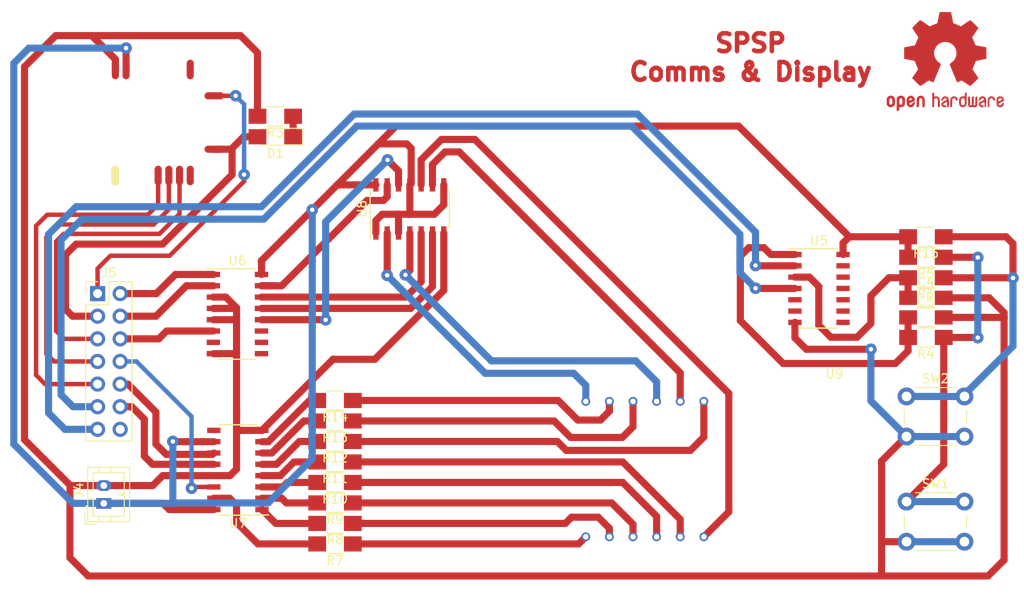
<source format=kicad_pcb>
(kicad_pcb (version 4) (host pcbnew 4.0.7-e2-6376~58~ubuntu14.04.1)

  (general
    (links 77)
    (no_connects 0)
    (area 12.899999 12.749999 132.616667 80.100001)
    (thickness 1.6)
    (drawings 6)
    (tracks 377)
    (zones 0)
    (modules 27)
    (nets 45)
  )

  (page User 150.012 129.997)
  (title_block
    (title "Display and comms board")
    (date 2018-06-17)
    (rev v2.0)
    (company "Łukasz Hejnak")
    (comment 1 "Bluetooth 4.1 LE + 4x8 segment display controller + 2x tact sw")
  )

  (layers
    (0 F.Cu signal)
    (31 B.Cu signal)
    (32 B.Adhes user hide)
    (33 F.Adhes user hide)
    (34 B.Paste user hide)
    (35 F.Paste user hide)
    (36 B.SilkS user hide)
    (37 F.SilkS user hide)
    (38 B.Mask user hide)
    (39 F.Mask user hide)
    (40 Dwgs.User user hide)
    (41 Cmts.User user hide)
    (42 Eco1.User user hide)
    (43 Eco2.User user hide)
    (44 Edge.Cuts user hide)
    (45 Margin user hide)
    (46 B.CrtYd user hide)
    (47 F.CrtYd user)
    (48 B.Fab user hide)
    (49 F.Fab user)
  )

  (setup
    (last_trace_width 0.8)
    (trace_clearance 0.2)
    (zone_clearance 0.508)
    (zone_45_only no)
    (trace_min 0.4)
    (segment_width 0.2)
    (edge_width 0.1)
    (via_size 1.3)
    (via_drill 0.5)
    (via_min_size 0.4)
    (via_min_drill 0.3)
    (uvia_size 0.15)
    (uvia_drill 0.1)
    (uvias_allowed no)
    (uvia_min_size 0.1)
    (uvia_min_drill 0.1)
    (pcb_text_width 0.3)
    (pcb_text_size 1.5 1.5)
    (mod_edge_width 0.15)
    (mod_text_size 1 1)
    (mod_text_width 0.15)
    (pad_size 1.5 1.5)
    (pad_drill 0.6)
    (pad_to_mask_clearance 0)
    (aux_axis_origin 0 0)
    (visible_elements FFFDFF7F)
    (pcbplotparams
      (layerselection 0x00020_80000001)
      (usegerberextensions false)
      (excludeedgelayer true)
      (linewidth 0.100000)
      (plotframeref true)
      (viasonmask false)
      (mode 1)
      (useauxorigin false)
      (hpglpennumber 1)
      (hpglpenspeed 20)
      (hpglpendiameter 15)
      (hpglpenoverlay 2)
      (psnegative false)
      (psa4output false)
      (plotreference true)
      (plotvalue true)
      (plotinvisibletext false)
      (padsonsilk false)
      (subtractmaskfromsilk false)
      (outputformat 4)
      (mirror false)
      (drillshape 1)
      (scaleselection 1)
      (outputdirectory plots/))
  )

  (net 0 "")
  (net 1 DGND)
  (net 2 /RN-UART_TX)
  (net 3 /RN-UART_RX)
  (net 4 /RN-WAKE_SW)
  (net 5 /RN-WAKE_HW)
  (net 6 /DISP-DS)
  (net 7 "Net-(U6-Pad12)")
  (net 8 "Net-(C4-Pad1)")
  (net 9 "Net-(C5-Pad1)")
  (net 10 "Net-(D1-Pad1)")
  (net 11 /RN-PIO1)
  (net 12 /DISPRN-VDD)
  (net 13 /DISP-PREV)
  (net 14 /DISP-NEXT)
  (net 15 /DISP-SHCLK)
  (net 16 /DISP-STCLK)
  (net 17 /DISP-A1)
  (net 18 /DISP-ENA)
  (net 19 /DISP-A0)
  (net 20 "Net-(R4-Pad1)")
  (net 21 "Net-(R15-Pad1)")
  (net 22 "Net-(R7-Pad1)")
  (net 23 "Net-(R7-Pad2)")
  (net 24 "Net-(R8-Pad1)")
  (net 25 "Net-(R8-Pad2)")
  (net 26 "Net-(R9-Pad1)")
  (net 27 "Net-(R9-Pad2)")
  (net 28 "Net-(R10-Pad1)")
  (net 29 "Net-(R10-Pad2)")
  (net 30 "Net-(R11-Pad1)")
  (net 31 "Net-(R11-Pad2)")
  (net 32 "Net-(R12-Pad1)")
  (net 33 "Net-(R12-Pad2)")
  (net 34 "Net-(R13-Pad1)")
  (net 35 "Net-(R13-Pad2)")
  (net 36 "Net-(R14-Pad1)")
  (net 37 "Net-(R14-Pad2)")
  (net 38 "Net-(U6-Pad15)")
  (net 39 "Net-(U6-Pad13)")
  (net 40 "Net-(U6-Pad14)")
  (net 41 "Net-(U8-Pad9)")
  (net 42 "Net-(U8-Pad10)")
  (net 43 "Net-(U8-Pad2)")
  (net 44 "Net-(U8-Pad4)")

  (net_class Default "This is the default net class."
    (clearance 0.2)
    (trace_width 0.8)
    (via_dia 1.3)
    (via_drill 0.5)
    (uvia_dia 0.15)
    (uvia_drill 0.1)
    (add_net /DISP-A0)
    (add_net /DISP-A1)
    (add_net /DISP-ENA)
    (add_net /DISP-NEXT)
    (add_net /DISP-PREV)
    (add_net /DISP-SHCLK)
    (add_net /DISP-STCLK)
    (add_net /DISPRN-VDD)
    (add_net /RN-PIO1)
    (add_net DGND)
    (add_net "Net-(C4-Pad1)")
    (add_net "Net-(C5-Pad1)")
    (add_net "Net-(D1-Pad1)")
    (add_net "Net-(R10-Pad1)")
    (add_net "Net-(R10-Pad2)")
    (add_net "Net-(R11-Pad1)")
    (add_net "Net-(R11-Pad2)")
    (add_net "Net-(R12-Pad1)")
    (add_net "Net-(R12-Pad2)")
    (add_net "Net-(R13-Pad1)")
    (add_net "Net-(R13-Pad2)")
    (add_net "Net-(R14-Pad1)")
    (add_net "Net-(R14-Pad2)")
    (add_net "Net-(R15-Pad1)")
    (add_net "Net-(R4-Pad1)")
    (add_net "Net-(R7-Pad1)")
    (add_net "Net-(R7-Pad2)")
    (add_net "Net-(R8-Pad1)")
    (add_net "Net-(R8-Pad2)")
    (add_net "Net-(R9-Pad1)")
    (add_net "Net-(R9-Pad2)")
    (add_net "Net-(U6-Pad12)")
    (add_net "Net-(U6-Pad13)")
    (add_net "Net-(U6-Pad14)")
    (add_net "Net-(U6-Pad15)")
    (add_net "Net-(U8-Pad10)")
    (add_net "Net-(U8-Pad2)")
    (add_net "Net-(U8-Pad4)")
    (add_net "Net-(U8-Pad9)")
  )

  (net_class Digital ""
    (clearance 0.2)
    (trace_width 0.5)
    (via_dia 1.3)
    (via_drill 0.5)
    (uvia_dia 0.15)
    (uvia_drill 0.1)
    (add_net /DISP-DS)
    (add_net /RN-UART_RX)
    (add_net /RN-UART_TX)
    (add_net /RN-WAKE_HW)
    (add_net /RN-WAKE_SW)
  )

  (module Capacitors_SMD:C_1206_HandSoldering (layer F.Cu) (tedit 5B26C9B4) (tstamp 5B25B8A4)
    (at 121.575 48.975)
    (descr "Capacitor SMD 1206, hand soldering")
    (tags "capacitor 1206")
    (path /5A5DD685/5B2529F0)
    (attr smd)
    (fp_text reference C4 (at 0 -1.75) (layer F.SilkS)
      (effects (font (size 1 1) (thickness 0.15)))
    )
    (fp_text value 100nF (at 0 2) (layer F.Fab) hide
      (effects (font (size 1 1) (thickness 0.15)))
    )
    (fp_text user %R (at -0.025 0.075) (layer F.Fab)
      (effects (font (size 1 1) (thickness 0.15)))
    )
    (fp_line (start -1.6 0.8) (end -1.6 -0.8) (layer F.Fab) (width 0.1))
    (fp_line (start 1.6 0.8) (end -1.6 0.8) (layer F.Fab) (width 0.1))
    (fp_line (start 1.6 -0.8) (end 1.6 0.8) (layer F.Fab) (width 0.1))
    (fp_line (start -1.6 -0.8) (end 1.6 -0.8) (layer F.Fab) (width 0.1))
    (fp_line (start 1 -1.02) (end -1 -1.02) (layer F.SilkS) (width 0.12))
    (fp_line (start -1 1.02) (end 1 1.02) (layer F.SilkS) (width 0.12))
    (fp_line (start -3.25 -1.05) (end 3.25 -1.05) (layer F.CrtYd) (width 0.05))
    (fp_line (start -3.25 -1.05) (end -3.25 1.05) (layer F.CrtYd) (width 0.05))
    (fp_line (start 3.25 1.05) (end 3.25 -1.05) (layer F.CrtYd) (width 0.05))
    (fp_line (start 3.25 1.05) (end -3.25 1.05) (layer F.CrtYd) (width 0.05))
    (pad 1 smd rect (at -2 0) (size 2 1.6) (layers F.Cu F.Paste F.Mask)
      (net 8 "Net-(C4-Pad1)"))
    (pad 2 smd rect (at 2 0) (size 2 1.6) (layers F.Cu F.Paste F.Mask)
      (net 1 DGND))
    (model Capacitors_SMD.3dshapes/C_1206.wrl
      (at (xyz 0 0 0))
      (scale (xyz 1 1 1))
      (rotate (xyz 0 0 0))
    )
  )

  (module Capacitors_SMD:C_1206_HandSoldering (layer F.Cu) (tedit 5B26C9AF) (tstamp 5B25B8B5)
    (at 121.575 51.175)
    (descr "Capacitor SMD 1206, hand soldering")
    (tags "capacitor 1206")
    (path /5A5DD685/5B268498)
    (attr smd)
    (fp_text reference C5 (at 0 -1.75) (layer F.SilkS)
      (effects (font (size 1 1) (thickness 0.15)))
    )
    (fp_text value 100nF (at 0 2) (layer F.Fab) hide
      (effects (font (size 1 1) (thickness 0.15)))
    )
    (fp_text user %R (at -0.025 0.125) (layer F.Fab)
      (effects (font (size 1 1) (thickness 0.15)))
    )
    (fp_line (start -1.6 0.8) (end -1.6 -0.8) (layer F.Fab) (width 0.1))
    (fp_line (start 1.6 0.8) (end -1.6 0.8) (layer F.Fab) (width 0.1))
    (fp_line (start 1.6 -0.8) (end 1.6 0.8) (layer F.Fab) (width 0.1))
    (fp_line (start -1.6 -0.8) (end 1.6 -0.8) (layer F.Fab) (width 0.1))
    (fp_line (start 1 -1.02) (end -1 -1.02) (layer F.SilkS) (width 0.12))
    (fp_line (start -1 1.02) (end 1 1.02) (layer F.SilkS) (width 0.12))
    (fp_line (start -3.25 -1.05) (end 3.25 -1.05) (layer F.CrtYd) (width 0.05))
    (fp_line (start -3.25 -1.05) (end -3.25 1.05) (layer F.CrtYd) (width 0.05))
    (fp_line (start 3.25 1.05) (end 3.25 -1.05) (layer F.CrtYd) (width 0.05))
    (fp_line (start 3.25 1.05) (end -3.25 1.05) (layer F.CrtYd) (width 0.05))
    (pad 1 smd rect (at -2 0) (size 2 1.6) (layers F.Cu F.Paste F.Mask)
      (net 9 "Net-(C5-Pad1)"))
    (pad 2 smd rect (at 2 0) (size 2 1.6) (layers F.Cu F.Paste F.Mask)
      (net 1 DGND))
    (model Capacitors_SMD.3dshapes/C_1206.wrl
      (at (xyz 0 0 0))
      (scale (xyz 1 1 1))
      (rotate (xyz 0 0 0))
    )
  )

  (module LEDs:LED_1206_HandSoldering (layer F.Cu) (tedit 5B26C9F5) (tstamp 5B25B8CA)
    (at 48.55 30.9 180)
    (descr "LED SMD 1206, hand soldering")
    (tags "LED 1206")
    (path /5A5DD685/5B253E9A)
    (attr smd)
    (fp_text reference D1 (at 0 -1.85 180) (layer F.SilkS)
      (effects (font (size 1 1) (thickness 0.15)))
    )
    (fp_text value LED (at 0 1.9 180) (layer F.Fab) hide
      (effects (font (size 1 1) (thickness 0.15)))
    )
    (fp_line (start -3.1 -0.95) (end -3.1 0.95) (layer F.SilkS) (width 0.12))
    (fp_line (start -0.4 0) (end 0.2 -0.4) (layer F.Fab) (width 0.1))
    (fp_line (start 0.2 -0.4) (end 0.2 0.4) (layer F.Fab) (width 0.1))
    (fp_line (start 0.2 0.4) (end -0.4 0) (layer F.Fab) (width 0.1))
    (fp_line (start -0.45 -0.4) (end -0.45 0.4) (layer F.Fab) (width 0.1))
    (fp_line (start -1.6 0.8) (end -1.6 -0.8) (layer F.Fab) (width 0.1))
    (fp_line (start 1.6 0.8) (end -1.6 0.8) (layer F.Fab) (width 0.1))
    (fp_line (start 1.6 -0.8) (end 1.6 0.8) (layer F.Fab) (width 0.1))
    (fp_line (start -1.6 -0.8) (end 1.6 -0.8) (layer F.Fab) (width 0.1))
    (fp_line (start -3.1 0.95) (end 1.6 0.95) (layer F.SilkS) (width 0.12))
    (fp_line (start -3.1 -0.95) (end 1.6 -0.95) (layer F.SilkS) (width 0.12))
    (fp_line (start -3.25 -1.11) (end 3.25 -1.11) (layer F.CrtYd) (width 0.05))
    (fp_line (start -3.25 -1.11) (end -3.25 1.1) (layer F.CrtYd) (width 0.05))
    (fp_line (start 3.25 1.1) (end 3.25 -1.11) (layer F.CrtYd) (width 0.05))
    (fp_line (start 3.25 1.1) (end -3.25 1.1) (layer F.CrtYd) (width 0.05))
    (pad 1 smd rect (at -2 0 180) (size 2 1.7) (layers F.Cu F.Paste F.Mask)
      (net 10 "Net-(D1-Pad1)"))
    (pad 2 smd rect (at 2 0 180) (size 2 1.7) (layers F.Cu F.Paste F.Mask)
      (net 11 /RN-PIO1))
    (model ${KISYS3DMOD}/LEDs.3dshapes/LED_1206.wrl
      (at (xyz 0 0 0))
      (scale (xyz 1 1 1))
      (rotate (xyz 0 0 180))
    )
  )

  (module Connectors_JST:JST_PH_B2B-PH-K_02x2.00mm_Straight (layer F.Cu) (tedit 5B26D78E) (tstamp 5B25B9DC)
    (at 29.3 72.05 90)
    (descr "JST PH series connector, B2B-PH-K, top entry type, through hole, Datasheet: http://www.jst-mfg.com/product/pdf/eng/ePH.pdf")
    (tags "connector jst ph")
    (path /5A5DD685/5B263AE8)
    (fp_text reference J4 (at 1.5 -2.8 90) (layer F.SilkS)
      (effects (font (size 1 1) (thickness 0.15)))
    )
    (fp_text value Power (at -3.35 0.65 180) (layer F.Fab)
      (effects (font (size 1 1) (thickness 0.15)))
    )
    (fp_line (start -2.05 -1.8) (end -2.05 2.9) (layer F.SilkS) (width 0.12))
    (fp_line (start -2.05 2.9) (end 4.05 2.9) (layer F.SilkS) (width 0.12))
    (fp_line (start 4.05 2.9) (end 4.05 -1.8) (layer F.SilkS) (width 0.12))
    (fp_line (start 4.05 -1.8) (end -2.05 -1.8) (layer F.SilkS) (width 0.12))
    (fp_line (start 0.5 -1.8) (end 0.5 -1.2) (layer F.SilkS) (width 0.12))
    (fp_line (start 0.5 -1.2) (end -1.45 -1.2) (layer F.SilkS) (width 0.12))
    (fp_line (start -1.45 -1.2) (end -1.45 2.3) (layer F.SilkS) (width 0.12))
    (fp_line (start -1.45 2.3) (end 3.45 2.3) (layer F.SilkS) (width 0.12))
    (fp_line (start 3.45 2.3) (end 3.45 -1.2) (layer F.SilkS) (width 0.12))
    (fp_line (start 3.45 -1.2) (end 1.5 -1.2) (layer F.SilkS) (width 0.12))
    (fp_line (start 1.5 -1.2) (end 1.5 -1.8) (layer F.SilkS) (width 0.12))
    (fp_line (start -2.05 -0.5) (end -1.45 -0.5) (layer F.SilkS) (width 0.12))
    (fp_line (start -2.05 0.8) (end -1.45 0.8) (layer F.SilkS) (width 0.12))
    (fp_line (start 4.05 -0.5) (end 3.45 -0.5) (layer F.SilkS) (width 0.12))
    (fp_line (start 4.05 0.8) (end 3.45 0.8) (layer F.SilkS) (width 0.12))
    (fp_line (start -0.3 -1.8) (end -0.3 -2) (layer F.SilkS) (width 0.12))
    (fp_line (start -0.3 -2) (end -0.6 -2) (layer F.SilkS) (width 0.12))
    (fp_line (start -0.6 -2) (end -0.6 -1.8) (layer F.SilkS) (width 0.12))
    (fp_line (start -0.3 -1.9) (end -0.6 -1.9) (layer F.SilkS) (width 0.12))
    (fp_line (start 0.9 2.3) (end 0.9 1.8) (layer F.SilkS) (width 0.12))
    (fp_line (start 0.9 1.8) (end 1.1 1.8) (layer F.SilkS) (width 0.12))
    (fp_line (start 1.1 1.8) (end 1.1 2.3) (layer F.SilkS) (width 0.12))
    (fp_line (start 1 2.3) (end 1 1.8) (layer F.SilkS) (width 0.12))
    (fp_line (start -1.1 -2.1) (end -2.35 -2.1) (layer F.SilkS) (width 0.12))
    (fp_line (start -2.35 -2.1) (end -2.35 -0.85) (layer F.SilkS) (width 0.12))
    (fp_line (start -1.1 -2.1) (end -2.35 -2.1) (layer F.Fab) (width 0.1))
    (fp_line (start -2.35 -2.1) (end -2.35 -0.85) (layer F.Fab) (width 0.1))
    (fp_line (start -1.95 -1.7) (end -1.95 2.8) (layer F.Fab) (width 0.1))
    (fp_line (start -1.95 2.8) (end 3.95 2.8) (layer F.Fab) (width 0.1))
    (fp_line (start 3.95 2.8) (end 3.95 -1.7) (layer F.Fab) (width 0.1))
    (fp_line (start 3.95 -1.7) (end -1.95 -1.7) (layer F.Fab) (width 0.1))
    (fp_line (start -2.45 -2.2) (end -2.45 3.3) (layer F.CrtYd) (width 0.05))
    (fp_line (start -2.45 3.3) (end 4.45 3.3) (layer F.CrtYd) (width 0.05))
    (fp_line (start 4.45 3.3) (end 4.45 -2.2) (layer F.CrtYd) (width 0.05))
    (fp_line (start 4.45 -2.2) (end -2.45 -2.2) (layer F.CrtYd) (width 0.05))
    (fp_text user %R (at 1 1.5 90) (layer F.Fab)
      (effects (font (size 1 1) (thickness 0.15)))
    )
    (pad 1 thru_hole rect (at 0 0 90) (size 1.2 1.7) (drill 0.75) (layers *.Cu *.Mask)
      (net 12 /DISPRN-VDD))
    (pad 2 thru_hole oval (at 2 0 90) (size 1.2 1.7) (drill 0.75) (layers *.Cu *.Mask)
      (net 1 DGND))
    (model ${KISYS3DMOD}/Connectors_JST.3dshapes/JST_PH_B2B-PH-K_02x2.00mm_Straight.wrl
      (at (xyz 0 0 0))
      (scale (xyz 1 1 1))
      (rotate (xyz 0 0 0))
    )
  )

  (module Pin_Headers:Pin_Header_Straight_2x07_Pitch2.54mm (layer F.Cu) (tedit 5B26DF38) (tstamp 5B25BA00)
    (at 28.6 48.5)
    (descr "Through hole straight pin header, 2x07, 2.54mm pitch, double rows")
    (tags "Through hole pin header THT 2x07 2.54mm double row")
    (path /5A5DD685/5A62A6DC)
    (fp_text reference J5 (at 1.27 -2.33) (layer F.SilkS)
      (effects (font (size 1 1) (thickness 0.15)))
    )
    (fp_text value "FPGA Connector" (at 1.25 17.8) (layer F.Fab)
      (effects (font (size 1 1) (thickness 0.15)))
    )
    (fp_line (start 0 -1.27) (end 3.81 -1.27) (layer F.Fab) (width 0.1))
    (fp_line (start 3.81 -1.27) (end 3.81 16.51) (layer F.Fab) (width 0.1))
    (fp_line (start 3.81 16.51) (end -1.27 16.51) (layer F.Fab) (width 0.1))
    (fp_line (start -1.27 16.51) (end -1.27 0) (layer F.Fab) (width 0.1))
    (fp_line (start -1.27 0) (end 0 -1.27) (layer F.Fab) (width 0.1))
    (fp_line (start -1.33 16.57) (end 3.87 16.57) (layer F.SilkS) (width 0.12))
    (fp_line (start -1.33 1.27) (end -1.33 16.57) (layer F.SilkS) (width 0.12))
    (fp_line (start 3.87 -1.33) (end 3.87 16.57) (layer F.SilkS) (width 0.12))
    (fp_line (start -1.33 1.27) (end 1.27 1.27) (layer F.SilkS) (width 0.12))
    (fp_line (start 1.27 1.27) (end 1.27 -1.33) (layer F.SilkS) (width 0.12))
    (fp_line (start 1.27 -1.33) (end 3.87 -1.33) (layer F.SilkS) (width 0.12))
    (fp_line (start -1.33 0) (end -1.33 -1.33) (layer F.SilkS) (width 0.12))
    (fp_line (start -1.33 -1.33) (end 0 -1.33) (layer F.SilkS) (width 0.12))
    (fp_line (start -1.8 -1.8) (end -1.8 17.05) (layer F.CrtYd) (width 0.05))
    (fp_line (start -1.8 17.05) (end 4.35 17.05) (layer F.CrtYd) (width 0.05))
    (fp_line (start 4.35 17.05) (end 4.35 -1.8) (layer F.CrtYd) (width 0.05))
    (fp_line (start 4.35 -1.8) (end -1.8 -1.8) (layer F.CrtYd) (width 0.05))
    (fp_text user %R (at 1.27 7.62 90) (layer F.Fab)
      (effects (font (size 1 1) (thickness 0.15)))
    )
    (pad 1 thru_hole rect (at 0 0) (size 1.7 1.7) (drill 1) (layers *.Cu *.Mask)
      (net 5 /RN-WAKE_HW))
    (pad 2 thru_hole oval (at 2.54 0) (size 1.7 1.7) (drill 1) (layers *.Cu *.Mask)
      (net 19 /DISP-A0))
    (pad 3 thru_hole oval (at 0 2.54) (size 1.7 1.7) (drill 1) (layers *.Cu *.Mask)
      (net 11 /RN-PIO1))
    (pad 4 thru_hole oval (at 2.54 2.54) (size 1.7 1.7) (drill 1) (layers *.Cu *.Mask)
      (net 17 /DISP-A1))
    (pad 5 thru_hole oval (at 0 5.08) (size 1.7 1.7) (drill 1) (layers *.Cu *.Mask)
      (net 4 /RN-WAKE_SW))
    (pad 6 thru_hole oval (at 2.54 5.08) (size 1.7 1.7) (drill 1) (layers *.Cu *.Mask)
      (net 18 /DISP-ENA))
    (pad 7 thru_hole oval (at 0 7.62) (size 1.7 1.7) (drill 1) (layers *.Cu *.Mask)
      (net 3 /RN-UART_RX))
    (pad 8 thru_hole oval (at 2.54 7.62) (size 1.7 1.7) (drill 1) (layers *.Cu *.Mask)
      (net 6 /DISP-DS))
    (pad 9 thru_hole oval (at 0 10.16) (size 1.7 1.7) (drill 1) (layers *.Cu *.Mask)
      (net 2 /RN-UART_TX))
    (pad 10 thru_hole oval (at 2.54 10.16) (size 1.7 1.7) (drill 1) (layers *.Cu *.Mask)
      (net 15 /DISP-SHCLK))
    (pad 11 thru_hole oval (at 0 12.7) (size 1.7 1.7) (drill 1) (layers *.Cu *.Mask)
      (net 14 /DISP-NEXT))
    (pad 12 thru_hole oval (at 2.54 12.7) (size 1.7 1.7) (drill 1) (layers *.Cu *.Mask)
      (net 16 /DISP-STCLK))
    (pad 13 thru_hole oval (at 0 15.24) (size 1.7 1.7) (drill 1) (layers *.Cu *.Mask)
      (net 13 /DISP-PREV))
    (pad 14 thru_hole oval (at 2.54 15.24) (size 1.7 1.7) (drill 1) (layers *.Cu *.Mask))
    (model ${KISYS3DMOD}/Pin_Headers.3dshapes/Pin_Header_Straight_2x07_Pitch2.54mm.wrl
      (at (xyz 0 0 0))
      (scale (xyz 1 1 1))
      (rotate (xyz 0 0 0))
    )
  )

  (module Resistors_SMD:R_1206_HandSoldering (layer F.Cu) (tedit 5B26C9F7) (tstamp 5B25BA33)
    (at 48.55 28.6 180)
    (descr "Resistor SMD 1206, hand soldering")
    (tags "resistor 1206")
    (path /5A5DD685/5B264870)
    (attr smd)
    (fp_text reference R3 (at 0 -1.85 180) (layer F.SilkS)
      (effects (font (size 1 1) (thickness 0.15)))
    )
    (fp_text value 220 (at 0 1.9 180) (layer F.Fab) hide
      (effects (font (size 1 1) (thickness 0.15)))
    )
    (fp_text user %R (at 0 0 180) (layer F.Fab)
      (effects (font (size 0.7 0.7) (thickness 0.105)))
    )
    (fp_line (start -1.6 0.8) (end -1.6 -0.8) (layer F.Fab) (width 0.1))
    (fp_line (start 1.6 0.8) (end -1.6 0.8) (layer F.Fab) (width 0.1))
    (fp_line (start 1.6 -0.8) (end 1.6 0.8) (layer F.Fab) (width 0.1))
    (fp_line (start -1.6 -0.8) (end 1.6 -0.8) (layer F.Fab) (width 0.1))
    (fp_line (start 1 1.07) (end -1 1.07) (layer F.SilkS) (width 0.12))
    (fp_line (start -1 -1.07) (end 1 -1.07) (layer F.SilkS) (width 0.12))
    (fp_line (start -3.25 -1.11) (end 3.25 -1.11) (layer F.CrtYd) (width 0.05))
    (fp_line (start -3.25 -1.11) (end -3.25 1.1) (layer F.CrtYd) (width 0.05))
    (fp_line (start 3.25 1.1) (end 3.25 -1.11) (layer F.CrtYd) (width 0.05))
    (fp_line (start 3.25 1.1) (end -3.25 1.1) (layer F.CrtYd) (width 0.05))
    (pad 1 smd rect (at -2 0 180) (size 2 1.7) (layers F.Cu F.Paste F.Mask)
      (net 10 "Net-(D1-Pad1)"))
    (pad 2 smd rect (at 2 0 180) (size 2 1.7) (layers F.Cu F.Paste F.Mask)
      (net 1 DGND))
    (model ${KISYS3DMOD}/Resistors_SMD.3dshapes/R_1206.wrl
      (at (xyz 0 0 0))
      (scale (xyz 1 1 1))
      (rotate (xyz 0 0 0))
    )
  )

  (module Resistors_SMD:R_1206_HandSoldering (layer F.Cu) (tedit 5B26C9B8) (tstamp 5B25BA44)
    (at 121.575 53.425 180)
    (descr "Resistor SMD 1206, hand soldering")
    (tags "resistor 1206")
    (path /5A5DD685/5B26D5F6)
    (attr smd)
    (fp_text reference R4 (at 0 -1.85 180) (layer F.SilkS)
      (effects (font (size 1 1) (thickness 0.15)))
    )
    (fp_text value 10k (at 0 1.9 180) (layer F.Fab) hide
      (effects (font (size 1 1) (thickness 0.15)))
    )
    (fp_text user %R (at 0 0 180) (layer F.Fab)
      (effects (font (size 0.7 0.7) (thickness 0.105)))
    )
    (fp_line (start -1.6 0.8) (end -1.6 -0.8) (layer F.Fab) (width 0.1))
    (fp_line (start 1.6 0.8) (end -1.6 0.8) (layer F.Fab) (width 0.1))
    (fp_line (start 1.6 -0.8) (end 1.6 0.8) (layer F.Fab) (width 0.1))
    (fp_line (start -1.6 -0.8) (end 1.6 -0.8) (layer F.Fab) (width 0.1))
    (fp_line (start 1 1.07) (end -1 1.07) (layer F.SilkS) (width 0.12))
    (fp_line (start -1 -1.07) (end 1 -1.07) (layer F.SilkS) (width 0.12))
    (fp_line (start -3.25 -1.11) (end 3.25 -1.11) (layer F.CrtYd) (width 0.05))
    (fp_line (start -3.25 -1.11) (end -3.25 1.1) (layer F.CrtYd) (width 0.05))
    (fp_line (start 3.25 1.1) (end 3.25 -1.11) (layer F.CrtYd) (width 0.05))
    (fp_line (start 3.25 1.1) (end -3.25 1.1) (layer F.CrtYd) (width 0.05))
    (pad 1 smd rect (at -2 0 180) (size 2 1.7) (layers F.Cu F.Paste F.Mask)
      (net 20 "Net-(R4-Pad1)"))
    (pad 2 smd rect (at 2 0 180) (size 2 1.7) (layers F.Cu F.Paste F.Mask)
      (net 9 "Net-(C5-Pad1)"))
    (model ${KISYS3DMOD}/Resistors_SMD.3dshapes/R_1206.wrl
      (at (xyz 0 0 0))
      (scale (xyz 1 1 1))
      (rotate (xyz 0 0 0))
    )
  )

  (module Resistors_SMD:R_1206_HandSoldering (layer F.Cu) (tedit 5B26C9BF) (tstamp 5B25BA55)
    (at 121.575 44.425 180)
    (descr "Resistor SMD 1206, hand soldering")
    (tags "resistor 1206")
    (path /5A5DD685/5B26E684)
    (attr smd)
    (fp_text reference R5 (at 0 -1.85 180) (layer F.SilkS)
      (effects (font (size 1 1) (thickness 0.15)))
    )
    (fp_text value 10k (at 0 1.9 180) (layer F.Fab) hide
      (effects (font (size 1 1) (thickness 0.15)))
    )
    (fp_text user %R (at 0 0 180) (layer F.Fab)
      (effects (font (size 0.7 0.7) (thickness 0.105)))
    )
    (fp_line (start -1.6 0.8) (end -1.6 -0.8) (layer F.Fab) (width 0.1))
    (fp_line (start 1.6 0.8) (end -1.6 0.8) (layer F.Fab) (width 0.1))
    (fp_line (start 1.6 -0.8) (end 1.6 0.8) (layer F.Fab) (width 0.1))
    (fp_line (start -1.6 -0.8) (end 1.6 -0.8) (layer F.Fab) (width 0.1))
    (fp_line (start 1 1.07) (end -1 1.07) (layer F.SilkS) (width 0.12))
    (fp_line (start -1 -1.07) (end 1 -1.07) (layer F.SilkS) (width 0.12))
    (fp_line (start -3.25 -1.11) (end 3.25 -1.11) (layer F.CrtYd) (width 0.05))
    (fp_line (start -3.25 -1.11) (end -3.25 1.1) (layer F.CrtYd) (width 0.05))
    (fp_line (start 3.25 1.1) (end 3.25 -1.11) (layer F.CrtYd) (width 0.05))
    (fp_line (start 3.25 1.1) (end -3.25 1.1) (layer F.CrtYd) (width 0.05))
    (pad 1 smd rect (at -2 0 180) (size 2 1.7) (layers F.Cu F.Paste F.Mask)
      (net 20 "Net-(R4-Pad1)"))
    (pad 2 smd rect (at 2 0 180) (size 2 1.7) (layers F.Cu F.Paste F.Mask)
      (net 12 /DISPRN-VDD))
    (model ${KISYS3DMOD}/Resistors_SMD.3dshapes/R_1206.wrl
      (at (xyz 0 0 0))
      (scale (xyz 1 1 1))
      (rotate (xyz 0 0 0))
    )
  )

  (module Resistors_SMD:R_1206_HandSoldering (layer F.Cu) (tedit 5B26C9BB) (tstamp 5B25BA66)
    (at 121.575 46.725 180)
    (descr "Resistor SMD 1206, hand soldering")
    (tags "resistor 1206")
    (path /5A5DD685/5B26D8E1)
    (attr smd)
    (fp_text reference R6 (at 0 -1.85 180) (layer F.SilkS)
      (effects (font (size 1 1) (thickness 0.15)))
    )
    (fp_text value 10k (at 0 1.9 180) (layer F.Fab) hide
      (effects (font (size 1 1) (thickness 0.15)))
    )
    (fp_text user %R (at 0 0 180) (layer F.Fab)
      (effects (font (size 0.7 0.7) (thickness 0.105)))
    )
    (fp_line (start -1.6 0.8) (end -1.6 -0.8) (layer F.Fab) (width 0.1))
    (fp_line (start 1.6 0.8) (end -1.6 0.8) (layer F.Fab) (width 0.1))
    (fp_line (start 1.6 -0.8) (end 1.6 0.8) (layer F.Fab) (width 0.1))
    (fp_line (start -1.6 -0.8) (end 1.6 -0.8) (layer F.Fab) (width 0.1))
    (fp_line (start 1 1.07) (end -1 1.07) (layer F.SilkS) (width 0.12))
    (fp_line (start -1 -1.07) (end 1 -1.07) (layer F.SilkS) (width 0.12))
    (fp_line (start -3.25 -1.11) (end 3.25 -1.11) (layer F.CrtYd) (width 0.05))
    (fp_line (start -3.25 -1.11) (end -3.25 1.1) (layer F.CrtYd) (width 0.05))
    (fp_line (start 3.25 1.1) (end 3.25 -1.11) (layer F.CrtYd) (width 0.05))
    (fp_line (start 3.25 1.1) (end -3.25 1.1) (layer F.CrtYd) (width 0.05))
    (pad 1 smd rect (at -2 0 180) (size 2 1.7) (layers F.Cu F.Paste F.Mask)
      (net 21 "Net-(R15-Pad1)"))
    (pad 2 smd rect (at 2 0 180) (size 2 1.7) (layers F.Cu F.Paste F.Mask)
      (net 8 "Net-(C4-Pad1)"))
    (model ${KISYS3DMOD}/Resistors_SMD.3dshapes/R_1206.wrl
      (at (xyz 0 0 0))
      (scale (xyz 1 1 1))
      (rotate (xyz 0 0 0))
    )
  )

  (module Resistors_SMD:R_1206_HandSoldering (layer F.Cu) (tedit 5B26C9EC) (tstamp 5B25BA77)
    (at 55.25 76.6 180)
    (descr "Resistor SMD 1206, hand soldering")
    (tags "resistor 1206")
    (path /5A5DD685/5B253DFA)
    (attr smd)
    (fp_text reference R7 (at 0 -1.85 180) (layer F.SilkS)
      (effects (font (size 1 1) (thickness 0.15)))
    )
    (fp_text value 220 (at 0 1.9 180) (layer F.Fab) hide
      (effects (font (size 1 1) (thickness 0.15)))
    )
    (fp_text user %R (at 0 0 180) (layer F.Fab)
      (effects (font (size 0.7 0.7) (thickness 0.105)))
    )
    (fp_line (start -1.6 0.8) (end -1.6 -0.8) (layer F.Fab) (width 0.1))
    (fp_line (start 1.6 0.8) (end -1.6 0.8) (layer F.Fab) (width 0.1))
    (fp_line (start 1.6 -0.8) (end 1.6 0.8) (layer F.Fab) (width 0.1))
    (fp_line (start -1.6 -0.8) (end 1.6 -0.8) (layer F.Fab) (width 0.1))
    (fp_line (start 1 1.07) (end -1 1.07) (layer F.SilkS) (width 0.12))
    (fp_line (start -1 -1.07) (end 1 -1.07) (layer F.SilkS) (width 0.12))
    (fp_line (start -3.25 -1.11) (end 3.25 -1.11) (layer F.CrtYd) (width 0.05))
    (fp_line (start -3.25 -1.11) (end -3.25 1.1) (layer F.CrtYd) (width 0.05))
    (fp_line (start 3.25 1.1) (end 3.25 -1.11) (layer F.CrtYd) (width 0.05))
    (fp_line (start 3.25 1.1) (end -3.25 1.1) (layer F.CrtYd) (width 0.05))
    (pad 1 smd rect (at -2 0 180) (size 2 1.7) (layers F.Cu F.Paste F.Mask)
      (net 22 "Net-(R7-Pad1)"))
    (pad 2 smd rect (at 2 0 180) (size 2 1.7) (layers F.Cu F.Paste F.Mask)
      (net 23 "Net-(R7-Pad2)"))
    (model ${KISYS3DMOD}/Resistors_SMD.3dshapes/R_1206.wrl
      (at (xyz 0 0 0))
      (scale (xyz 1 1 1))
      (rotate (xyz 0 0 0))
    )
  )

  (module Resistors_SMD:R_1206_HandSoldering (layer F.Cu) (tedit 5B26C9E9) (tstamp 5B25BA88)
    (at 55.25 74.3 180)
    (descr "Resistor SMD 1206, hand soldering")
    (tags "resistor 1206")
    (path /5A5DD685/5A6149B4)
    (attr smd)
    (fp_text reference R8 (at 0 -1.85 180) (layer F.SilkS)
      (effects (font (size 1 1) (thickness 0.15)))
    )
    (fp_text value 220 (at 0 1.9 180) (layer F.Fab) hide
      (effects (font (size 1 1) (thickness 0.15)))
    )
    (fp_text user %R (at 0 0 180) (layer F.Fab)
      (effects (font (size 0.7 0.7) (thickness 0.105)))
    )
    (fp_line (start -1.6 0.8) (end -1.6 -0.8) (layer F.Fab) (width 0.1))
    (fp_line (start 1.6 0.8) (end -1.6 0.8) (layer F.Fab) (width 0.1))
    (fp_line (start 1.6 -0.8) (end 1.6 0.8) (layer F.Fab) (width 0.1))
    (fp_line (start -1.6 -0.8) (end 1.6 -0.8) (layer F.Fab) (width 0.1))
    (fp_line (start 1 1.07) (end -1 1.07) (layer F.SilkS) (width 0.12))
    (fp_line (start -1 -1.07) (end 1 -1.07) (layer F.SilkS) (width 0.12))
    (fp_line (start -3.25 -1.11) (end 3.25 -1.11) (layer F.CrtYd) (width 0.05))
    (fp_line (start -3.25 -1.11) (end -3.25 1.1) (layer F.CrtYd) (width 0.05))
    (fp_line (start 3.25 1.1) (end 3.25 -1.11) (layer F.CrtYd) (width 0.05))
    (fp_line (start 3.25 1.1) (end -3.25 1.1) (layer F.CrtYd) (width 0.05))
    (pad 1 smd rect (at -2 0 180) (size 2 1.7) (layers F.Cu F.Paste F.Mask)
      (net 24 "Net-(R8-Pad1)"))
    (pad 2 smd rect (at 2 0 180) (size 2 1.7) (layers F.Cu F.Paste F.Mask)
      (net 25 "Net-(R8-Pad2)"))
    (model ${KISYS3DMOD}/Resistors_SMD.3dshapes/R_1206.wrl
      (at (xyz 0 0 0))
      (scale (xyz 1 1 1))
      (rotate (xyz 0 0 0))
    )
  )

  (module Resistors_SMD:R_1206_HandSoldering (layer F.Cu) (tedit 5B26C9E5) (tstamp 5B25BA99)
    (at 55.25 72 180)
    (descr "Resistor SMD 1206, hand soldering")
    (tags "resistor 1206")
    (path /5A5DD685/5B260ED6)
    (attr smd)
    (fp_text reference R9 (at 0 -1.85 180) (layer F.SilkS)
      (effects (font (size 1 1) (thickness 0.15)))
    )
    (fp_text value 220 (at 0 1.9 180) (layer F.Fab) hide
      (effects (font (size 1 1) (thickness 0.15)))
    )
    (fp_text user %R (at 0 0 180) (layer F.Fab)
      (effects (font (size 0.7 0.7) (thickness 0.105)))
    )
    (fp_line (start -1.6 0.8) (end -1.6 -0.8) (layer F.Fab) (width 0.1))
    (fp_line (start 1.6 0.8) (end -1.6 0.8) (layer F.Fab) (width 0.1))
    (fp_line (start 1.6 -0.8) (end 1.6 0.8) (layer F.Fab) (width 0.1))
    (fp_line (start -1.6 -0.8) (end 1.6 -0.8) (layer F.Fab) (width 0.1))
    (fp_line (start 1 1.07) (end -1 1.07) (layer F.SilkS) (width 0.12))
    (fp_line (start -1 -1.07) (end 1 -1.07) (layer F.SilkS) (width 0.12))
    (fp_line (start -3.25 -1.11) (end 3.25 -1.11) (layer F.CrtYd) (width 0.05))
    (fp_line (start -3.25 -1.11) (end -3.25 1.1) (layer F.CrtYd) (width 0.05))
    (fp_line (start 3.25 1.1) (end 3.25 -1.11) (layer F.CrtYd) (width 0.05))
    (fp_line (start 3.25 1.1) (end -3.25 1.1) (layer F.CrtYd) (width 0.05))
    (pad 1 smd rect (at -2 0 180) (size 2 1.7) (layers F.Cu F.Paste F.Mask)
      (net 26 "Net-(R9-Pad1)"))
    (pad 2 smd rect (at 2 0 180) (size 2 1.7) (layers F.Cu F.Paste F.Mask)
      (net 27 "Net-(R9-Pad2)"))
    (model ${KISYS3DMOD}/Resistors_SMD.3dshapes/R_1206.wrl
      (at (xyz 0 0 0))
      (scale (xyz 1 1 1))
      (rotate (xyz 0 0 0))
    )
  )

  (module Resistors_SMD:R_1206_HandSoldering (layer F.Cu) (tedit 5B26C9E2) (tstamp 5B25BAAA)
    (at 55.25 69.7 180)
    (descr "Resistor SMD 1206, hand soldering")
    (tags "resistor 1206")
    (path /5A5DD685/5B260F71)
    (attr smd)
    (fp_text reference R10 (at 0 -1.85 180) (layer F.SilkS)
      (effects (font (size 1 1) (thickness 0.15)))
    )
    (fp_text value 220 (at 0 1.9 180) (layer F.Fab) hide
      (effects (font (size 1 1) (thickness 0.15)))
    )
    (fp_text user %R (at 0 0 180) (layer F.Fab)
      (effects (font (size 0.7 0.7) (thickness 0.105)))
    )
    (fp_line (start -1.6 0.8) (end -1.6 -0.8) (layer F.Fab) (width 0.1))
    (fp_line (start 1.6 0.8) (end -1.6 0.8) (layer F.Fab) (width 0.1))
    (fp_line (start 1.6 -0.8) (end 1.6 0.8) (layer F.Fab) (width 0.1))
    (fp_line (start -1.6 -0.8) (end 1.6 -0.8) (layer F.Fab) (width 0.1))
    (fp_line (start 1 1.07) (end -1 1.07) (layer F.SilkS) (width 0.12))
    (fp_line (start -1 -1.07) (end 1 -1.07) (layer F.SilkS) (width 0.12))
    (fp_line (start -3.25 -1.11) (end 3.25 -1.11) (layer F.CrtYd) (width 0.05))
    (fp_line (start -3.25 -1.11) (end -3.25 1.1) (layer F.CrtYd) (width 0.05))
    (fp_line (start 3.25 1.1) (end 3.25 -1.11) (layer F.CrtYd) (width 0.05))
    (fp_line (start 3.25 1.1) (end -3.25 1.1) (layer F.CrtYd) (width 0.05))
    (pad 1 smd rect (at -2 0 180) (size 2 1.7) (layers F.Cu F.Paste F.Mask)
      (net 28 "Net-(R10-Pad1)"))
    (pad 2 smd rect (at 2 0 180) (size 2 1.7) (layers F.Cu F.Paste F.Mask)
      (net 29 "Net-(R10-Pad2)"))
    (model ${KISYS3DMOD}/Resistors_SMD.3dshapes/R_1206.wrl
      (at (xyz 0 0 0))
      (scale (xyz 1 1 1))
      (rotate (xyz 0 0 0))
    )
  )

  (module Resistors_SMD:R_1206_HandSoldering (layer F.Cu) (tedit 5B26C9E0) (tstamp 5B25BABB)
    (at 55.25 67.4 180)
    (descr "Resistor SMD 1206, hand soldering")
    (tags "resistor 1206")
    (path /5A5DD685/5B26100C)
    (attr smd)
    (fp_text reference R11 (at 0 -1.85 180) (layer F.SilkS)
      (effects (font (size 1 1) (thickness 0.15)))
    )
    (fp_text value 220 (at 0 1.9 180) (layer F.Fab) hide
      (effects (font (size 1 1) (thickness 0.15)))
    )
    (fp_text user %R (at 0 0 180) (layer F.Fab)
      (effects (font (size 0.7 0.7) (thickness 0.105)))
    )
    (fp_line (start -1.6 0.8) (end -1.6 -0.8) (layer F.Fab) (width 0.1))
    (fp_line (start 1.6 0.8) (end -1.6 0.8) (layer F.Fab) (width 0.1))
    (fp_line (start 1.6 -0.8) (end 1.6 0.8) (layer F.Fab) (width 0.1))
    (fp_line (start -1.6 -0.8) (end 1.6 -0.8) (layer F.Fab) (width 0.1))
    (fp_line (start 1 1.07) (end -1 1.07) (layer F.SilkS) (width 0.12))
    (fp_line (start -1 -1.07) (end 1 -1.07) (layer F.SilkS) (width 0.12))
    (fp_line (start -3.25 -1.11) (end 3.25 -1.11) (layer F.CrtYd) (width 0.05))
    (fp_line (start -3.25 -1.11) (end -3.25 1.1) (layer F.CrtYd) (width 0.05))
    (fp_line (start 3.25 1.1) (end 3.25 -1.11) (layer F.CrtYd) (width 0.05))
    (fp_line (start 3.25 1.1) (end -3.25 1.1) (layer F.CrtYd) (width 0.05))
    (pad 1 smd rect (at -2 0 180) (size 2 1.7) (layers F.Cu F.Paste F.Mask)
      (net 30 "Net-(R11-Pad1)"))
    (pad 2 smd rect (at 2 0 180) (size 2 1.7) (layers F.Cu F.Paste F.Mask)
      (net 31 "Net-(R11-Pad2)"))
    (model ${KISYS3DMOD}/Resistors_SMD.3dshapes/R_1206.wrl
      (at (xyz 0 0 0))
      (scale (xyz 1 1 1))
      (rotate (xyz 0 0 0))
    )
  )

  (module Resistors_SMD:R_1206_HandSoldering (layer F.Cu) (tedit 5B26C9DA) (tstamp 5B25BACC)
    (at 55.25 65.1 180)
    (descr "Resistor SMD 1206, hand soldering")
    (tags "resistor 1206")
    (path /5A5DD685/5B261067)
    (attr smd)
    (fp_text reference R12 (at 0 -1.85 180) (layer F.SilkS)
      (effects (font (size 1 1) (thickness 0.15)))
    )
    (fp_text value 220 (at 0 1.9 180) (layer F.Fab) hide
      (effects (font (size 1 1) (thickness 0.15)))
    )
    (fp_text user %R (at 0 0 180) (layer F.Fab)
      (effects (font (size 0.7 0.7) (thickness 0.105)))
    )
    (fp_line (start -1.6 0.8) (end -1.6 -0.8) (layer F.Fab) (width 0.1))
    (fp_line (start 1.6 0.8) (end -1.6 0.8) (layer F.Fab) (width 0.1))
    (fp_line (start 1.6 -0.8) (end 1.6 0.8) (layer F.Fab) (width 0.1))
    (fp_line (start -1.6 -0.8) (end 1.6 -0.8) (layer F.Fab) (width 0.1))
    (fp_line (start 1 1.07) (end -1 1.07) (layer F.SilkS) (width 0.12))
    (fp_line (start -1 -1.07) (end 1 -1.07) (layer F.SilkS) (width 0.12))
    (fp_line (start -3.25 -1.11) (end 3.25 -1.11) (layer F.CrtYd) (width 0.05))
    (fp_line (start -3.25 -1.11) (end -3.25 1.1) (layer F.CrtYd) (width 0.05))
    (fp_line (start 3.25 1.1) (end 3.25 -1.11) (layer F.CrtYd) (width 0.05))
    (fp_line (start 3.25 1.1) (end -3.25 1.1) (layer F.CrtYd) (width 0.05))
    (pad 1 smd rect (at -2 0 180) (size 2 1.7) (layers F.Cu F.Paste F.Mask)
      (net 32 "Net-(R12-Pad1)"))
    (pad 2 smd rect (at 2 0 180) (size 2 1.7) (layers F.Cu F.Paste F.Mask)
      (net 33 "Net-(R12-Pad2)"))
    (model ${KISYS3DMOD}/Resistors_SMD.3dshapes/R_1206.wrl
      (at (xyz 0 0 0))
      (scale (xyz 1 1 1))
      (rotate (xyz 0 0 0))
    )
  )

  (module Resistors_SMD:R_1206_HandSoldering (layer F.Cu) (tedit 5B26C9D7) (tstamp 5B25BADD)
    (at 55.25 62.8 180)
    (descr "Resistor SMD 1206, hand soldering")
    (tags "resistor 1206")
    (path /5A5DD685/5B2610A2)
    (attr smd)
    (fp_text reference R13 (at 0 -1.85 180) (layer F.SilkS)
      (effects (font (size 1 1) (thickness 0.15)))
    )
    (fp_text value 220 (at 0 1.9 180) (layer F.Fab) hide
      (effects (font (size 1 1) (thickness 0.15)))
    )
    (fp_text user %R (at 0 0 180) (layer F.Fab)
      (effects (font (size 0.7 0.7) (thickness 0.105)))
    )
    (fp_line (start -1.6 0.8) (end -1.6 -0.8) (layer F.Fab) (width 0.1))
    (fp_line (start 1.6 0.8) (end -1.6 0.8) (layer F.Fab) (width 0.1))
    (fp_line (start 1.6 -0.8) (end 1.6 0.8) (layer F.Fab) (width 0.1))
    (fp_line (start -1.6 -0.8) (end 1.6 -0.8) (layer F.Fab) (width 0.1))
    (fp_line (start 1 1.07) (end -1 1.07) (layer F.SilkS) (width 0.12))
    (fp_line (start -1 -1.07) (end 1 -1.07) (layer F.SilkS) (width 0.12))
    (fp_line (start -3.25 -1.11) (end 3.25 -1.11) (layer F.CrtYd) (width 0.05))
    (fp_line (start -3.25 -1.11) (end -3.25 1.1) (layer F.CrtYd) (width 0.05))
    (fp_line (start 3.25 1.1) (end 3.25 -1.11) (layer F.CrtYd) (width 0.05))
    (fp_line (start 3.25 1.1) (end -3.25 1.1) (layer F.CrtYd) (width 0.05))
    (pad 1 smd rect (at -2 0 180) (size 2 1.7) (layers F.Cu F.Paste F.Mask)
      (net 34 "Net-(R13-Pad1)"))
    (pad 2 smd rect (at 2 0 180) (size 2 1.7) (layers F.Cu F.Paste F.Mask)
      (net 35 "Net-(R13-Pad2)"))
    (model ${KISYS3DMOD}/Resistors_SMD.3dshapes/R_1206.wrl
      (at (xyz 0 0 0))
      (scale (xyz 1 1 1))
      (rotate (xyz 0 0 0))
    )
  )

  (module Resistors_SMD:R_1206_HandSoldering (layer F.Cu) (tedit 5B26C9D4) (tstamp 5B25BAEE)
    (at 55.25 60.5 180)
    (descr "Resistor SMD 1206, hand soldering")
    (tags "resistor 1206")
    (path /5A5DD685/5B26111D)
    (attr smd)
    (fp_text reference R14 (at 0 -1.85 180) (layer F.SilkS)
      (effects (font (size 1 1) (thickness 0.15)))
    )
    (fp_text value 220 (at 0 1.9 180) (layer F.Fab) hide
      (effects (font (size 1 1) (thickness 0.15)))
    )
    (fp_text user %R (at 0 0 180) (layer F.Fab)
      (effects (font (size 0.7 0.7) (thickness 0.105)))
    )
    (fp_line (start -1.6 0.8) (end -1.6 -0.8) (layer F.Fab) (width 0.1))
    (fp_line (start 1.6 0.8) (end -1.6 0.8) (layer F.Fab) (width 0.1))
    (fp_line (start 1.6 -0.8) (end 1.6 0.8) (layer F.Fab) (width 0.1))
    (fp_line (start -1.6 -0.8) (end 1.6 -0.8) (layer F.Fab) (width 0.1))
    (fp_line (start 1 1.07) (end -1 1.07) (layer F.SilkS) (width 0.12))
    (fp_line (start -1 -1.07) (end 1 -1.07) (layer F.SilkS) (width 0.12))
    (fp_line (start -3.25 -1.11) (end 3.25 -1.11) (layer F.CrtYd) (width 0.05))
    (fp_line (start -3.25 -1.11) (end -3.25 1.1) (layer F.CrtYd) (width 0.05))
    (fp_line (start 3.25 1.1) (end 3.25 -1.11) (layer F.CrtYd) (width 0.05))
    (fp_line (start 3.25 1.1) (end -3.25 1.1) (layer F.CrtYd) (width 0.05))
    (pad 1 smd rect (at -2 0 180) (size 2 1.7) (layers F.Cu F.Paste F.Mask)
      (net 36 "Net-(R14-Pad1)"))
    (pad 2 smd rect (at 2 0 180) (size 2 1.7) (layers F.Cu F.Paste F.Mask)
      (net 37 "Net-(R14-Pad2)"))
    (model ${KISYS3DMOD}/Resistors_SMD.3dshapes/R_1206.wrl
      (at (xyz 0 0 0))
      (scale (xyz 1 1 1))
      (rotate (xyz 0 0 0))
    )
  )

  (module Resistors_SMD:R_1206_HandSoldering (layer F.Cu) (tedit 5B26C9C3) (tstamp 5B25BAFF)
    (at 121.575 42.125 180)
    (descr "Resistor SMD 1206, hand soldering")
    (tags "resistor 1206")
    (path /5A5DD685/5B26E733)
    (attr smd)
    (fp_text reference R15 (at 0 -1.85 180) (layer F.SilkS)
      (effects (font (size 1 1) (thickness 0.15)))
    )
    (fp_text value 10k (at 0 1.9 180) (layer F.Fab) hide
      (effects (font (size 1 1) (thickness 0.15)))
    )
    (fp_text user %R (at 0 0 180) (layer F.Fab)
      (effects (font (size 0.7 0.7) (thickness 0.105)))
    )
    (fp_line (start -1.6 0.8) (end -1.6 -0.8) (layer F.Fab) (width 0.1))
    (fp_line (start 1.6 0.8) (end -1.6 0.8) (layer F.Fab) (width 0.1))
    (fp_line (start 1.6 -0.8) (end 1.6 0.8) (layer F.Fab) (width 0.1))
    (fp_line (start -1.6 -0.8) (end 1.6 -0.8) (layer F.Fab) (width 0.1))
    (fp_line (start 1 1.07) (end -1 1.07) (layer F.SilkS) (width 0.12))
    (fp_line (start -1 -1.07) (end 1 -1.07) (layer F.SilkS) (width 0.12))
    (fp_line (start -3.25 -1.11) (end 3.25 -1.11) (layer F.CrtYd) (width 0.05))
    (fp_line (start -3.25 -1.11) (end -3.25 1.1) (layer F.CrtYd) (width 0.05))
    (fp_line (start 3.25 1.1) (end 3.25 -1.11) (layer F.CrtYd) (width 0.05))
    (fp_line (start 3.25 1.1) (end -3.25 1.1) (layer F.CrtYd) (width 0.05))
    (pad 1 smd rect (at -2 0 180) (size 2 1.7) (layers F.Cu F.Paste F.Mask)
      (net 21 "Net-(R15-Pad1)"))
    (pad 2 smd rect (at 2 0 180) (size 2 1.7) (layers F.Cu F.Paste F.Mask)
      (net 12 /DISPRN-VDD))
    (model ${KISYS3DMOD}/Resistors_SMD.3dshapes/R_1206.wrl
      (at (xyz 0 0 0))
      (scale (xyz 1 1 1))
      (rotate (xyz 0 0 0))
    )
  )

  (module Buttons_Switches_THT:SW_PUSH_6mm_h8mm (layer F.Cu) (tedit 5B26DF1E) (tstamp 5B25BB1E)
    (at 119.4 71.85)
    (descr "tactile push button, 6x6mm e.g. PHAP33xx series, height=8mm")
    (tags "tact sw push 6mm")
    (path /5A5DD685/5B2524EB)
    (fp_text reference SW1 (at 3.25 -2) (layer F.SilkS)
      (effects (font (size 1 1) (thickness 0.15)))
    )
    (fp_text value B_PREV (at 3.75 6.7) (layer F.Fab) hide
      (effects (font (size 1 1) (thickness 0.15)))
    )
    (fp_text user %R (at 3.5 6.9) (layer F.Fab)
      (effects (font (size 1 1) (thickness 0.15)))
    )
    (fp_line (start 3.25 -0.75) (end 6.25 -0.75) (layer F.Fab) (width 0.1))
    (fp_line (start 6.25 -0.75) (end 6.25 5.25) (layer F.Fab) (width 0.1))
    (fp_line (start 6.25 5.25) (end 0.25 5.25) (layer F.Fab) (width 0.1))
    (fp_line (start 0.25 5.25) (end 0.25 -0.75) (layer F.Fab) (width 0.1))
    (fp_line (start 0.25 -0.75) (end 3.25 -0.75) (layer F.Fab) (width 0.1))
    (fp_line (start 7.75 6) (end 8 6) (layer F.CrtYd) (width 0.05))
    (fp_line (start 8 6) (end 8 5.75) (layer F.CrtYd) (width 0.05))
    (fp_line (start 7.75 -1.5) (end 8 -1.5) (layer F.CrtYd) (width 0.05))
    (fp_line (start 8 -1.5) (end 8 -1.25) (layer F.CrtYd) (width 0.05))
    (fp_line (start -1.5 -1.25) (end -1.5 -1.5) (layer F.CrtYd) (width 0.05))
    (fp_line (start -1.5 -1.5) (end -1.25 -1.5) (layer F.CrtYd) (width 0.05))
    (fp_line (start -1.5 5.75) (end -1.5 6) (layer F.CrtYd) (width 0.05))
    (fp_line (start -1.5 6) (end -1.25 6) (layer F.CrtYd) (width 0.05))
    (fp_line (start -1.25 -1.5) (end 7.75 -1.5) (layer F.CrtYd) (width 0.05))
    (fp_line (start -1.5 5.75) (end -1.5 -1.25) (layer F.CrtYd) (width 0.05))
    (fp_line (start 7.75 6) (end -1.25 6) (layer F.CrtYd) (width 0.05))
    (fp_line (start 8 -1.25) (end 8 5.75) (layer F.CrtYd) (width 0.05))
    (fp_line (start 1 5.5) (end 5.5 5.5) (layer F.SilkS) (width 0.12))
    (fp_line (start -0.25 1.5) (end -0.25 3) (layer F.SilkS) (width 0.12))
    (fp_line (start 5.5 -1) (end 1 -1) (layer F.SilkS) (width 0.12))
    (fp_line (start 6.75 3) (end 6.75 1.5) (layer F.SilkS) (width 0.12))
    (fp_circle (center 3.25 2.25) (end 1.25 2.5) (layer F.Fab) (width 0.1))
    (pad 2 thru_hole circle (at 0 4.5 90) (size 2 2) (drill 1.1) (layers *.Cu *.Mask)
      (net 1 DGND))
    (pad 1 thru_hole circle (at 0 0 90) (size 2 2) (drill 1.1) (layers *.Cu *.Mask)
      (net 20 "Net-(R4-Pad1)"))
    (pad 2 thru_hole circle (at 6.5 4.5 90) (size 2 2) (drill 1.1) (layers *.Cu *.Mask)
      (net 1 DGND))
    (pad 1 thru_hole circle (at 6.5 0 90) (size 2 2) (drill 1.1) (layers *.Cu *.Mask)
      (net 20 "Net-(R4-Pad1)"))
    (model ${KISYS3DMOD}/Buttons_Switches_THT.3dshapes/SW_PUSH_6mm_h8mm.wrl
      (at (xyz 0.005 0 0))
      (scale (xyz 0.3937 0.3937 0.3937))
      (rotate (xyz 0 0 0))
    )
  )

  (module Buttons_Switches_THT:SW_PUSH_6mm_h8mm (layer F.Cu) (tedit 5B26DF1B) (tstamp 5B25BB3D)
    (at 119.4 60.05)
    (descr "tactile push button, 6x6mm e.g. PHAP33xx series, height=8mm")
    (tags "tact sw push 6mm")
    (path /5A5DD685/5B2523C3)
    (fp_text reference SW2 (at 3.25 -2) (layer F.SilkS)
      (effects (font (size 1 1) (thickness 0.15)))
    )
    (fp_text value B_NEXT (at 3.75 6.7) (layer F.Fab) hide
      (effects (font (size 1 1) (thickness 0.15)))
    )
    (fp_text user %R (at 3.35 6.85) (layer F.Fab)
      (effects (font (size 1 1) (thickness 0.15)))
    )
    (fp_line (start 3.25 -0.75) (end 6.25 -0.75) (layer F.Fab) (width 0.1))
    (fp_line (start 6.25 -0.75) (end 6.25 5.25) (layer F.Fab) (width 0.1))
    (fp_line (start 6.25 5.25) (end 0.25 5.25) (layer F.Fab) (width 0.1))
    (fp_line (start 0.25 5.25) (end 0.25 -0.75) (layer F.Fab) (width 0.1))
    (fp_line (start 0.25 -0.75) (end 3.25 -0.75) (layer F.Fab) (width 0.1))
    (fp_line (start 7.75 6) (end 8 6) (layer F.CrtYd) (width 0.05))
    (fp_line (start 8 6) (end 8 5.75) (layer F.CrtYd) (width 0.05))
    (fp_line (start 7.75 -1.5) (end 8 -1.5) (layer F.CrtYd) (width 0.05))
    (fp_line (start 8 -1.5) (end 8 -1.25) (layer F.CrtYd) (width 0.05))
    (fp_line (start -1.5 -1.25) (end -1.5 -1.5) (layer F.CrtYd) (width 0.05))
    (fp_line (start -1.5 -1.5) (end -1.25 -1.5) (layer F.CrtYd) (width 0.05))
    (fp_line (start -1.5 5.75) (end -1.5 6) (layer F.CrtYd) (width 0.05))
    (fp_line (start -1.5 6) (end -1.25 6) (layer F.CrtYd) (width 0.05))
    (fp_line (start -1.25 -1.5) (end 7.75 -1.5) (layer F.CrtYd) (width 0.05))
    (fp_line (start -1.5 5.75) (end -1.5 -1.25) (layer F.CrtYd) (width 0.05))
    (fp_line (start 7.75 6) (end -1.25 6) (layer F.CrtYd) (width 0.05))
    (fp_line (start 8 -1.25) (end 8 5.75) (layer F.CrtYd) (width 0.05))
    (fp_line (start 1 5.5) (end 5.5 5.5) (layer F.SilkS) (width 0.12))
    (fp_line (start -0.25 1.5) (end -0.25 3) (layer F.SilkS) (width 0.12))
    (fp_line (start 5.5 -1) (end 1 -1) (layer F.SilkS) (width 0.12))
    (fp_line (start 6.75 3) (end 6.75 1.5) (layer F.SilkS) (width 0.12))
    (fp_circle (center 3.25 2.25) (end 1.25 2.5) (layer F.Fab) (width 0.1))
    (pad 2 thru_hole circle (at 0 4.5 90) (size 2 2) (drill 1.1) (layers *.Cu *.Mask)
      (net 1 DGND))
    (pad 1 thru_hole circle (at 0 0 90) (size 2 2) (drill 1.1) (layers *.Cu *.Mask)
      (net 21 "Net-(R15-Pad1)"))
    (pad 2 thru_hole circle (at 6.5 4.5 90) (size 2 2) (drill 1.1) (layers *.Cu *.Mask)
      (net 1 DGND))
    (pad 1 thru_hole circle (at 6.5 0 90) (size 2 2) (drill 1.1) (layers *.Cu *.Mask)
      (net 21 "Net-(R15-Pad1)"))
    (model ${KISYS3DMOD}/Buttons_Switches_THT.3dshapes/SW_PUSH_6mm_h8mm.wrl
      (at (xyz 0.005 0 0))
      (scale (xyz 0.3937 0.3937 0.3937))
      (rotate (xyz 0 0 0))
    )
  )

  (module Housings_SOIC:SOIC-14_3.9x8.7mm_Pitch1.27mm (layer F.Cu) (tedit 5B26DF0D) (tstamp 5B25BBA6)
    (at 109.575 47.925)
    (descr "14-Lead Plastic Small Outline (SL) - Narrow, 3.90 mm Body [SOIC] (see Microchip Packaging Specification 00000049BS.pdf)")
    (tags "SOIC 1.27")
    (path /5A5DD685/5B25B8E6)
    (attr smd)
    (fp_text reference U5 (at 0 -5.375) (layer F.SilkS)
      (effects (font (size 1 1) (thickness 0.15)))
    )
    (fp_text value 74HC14 (at 0.125 -5.475) (layer F.Fab)
      (effects (font (size 1 1) (thickness 0.15)))
    )
    (fp_text user %R (at 0 0) (layer F.Fab)
      (effects (font (size 0.9 0.9) (thickness 0.135)))
    )
    (fp_line (start -0.95 -4.35) (end 1.95 -4.35) (layer F.Fab) (width 0.15))
    (fp_line (start 1.95 -4.35) (end 1.95 4.35) (layer F.Fab) (width 0.15))
    (fp_line (start 1.95 4.35) (end -1.95 4.35) (layer F.Fab) (width 0.15))
    (fp_line (start -1.95 4.35) (end -1.95 -3.35) (layer F.Fab) (width 0.15))
    (fp_line (start -1.95 -3.35) (end -0.95 -4.35) (layer F.Fab) (width 0.15))
    (fp_line (start -3.7 -4.65) (end -3.7 4.65) (layer F.CrtYd) (width 0.05))
    (fp_line (start 3.7 -4.65) (end 3.7 4.65) (layer F.CrtYd) (width 0.05))
    (fp_line (start -3.7 -4.65) (end 3.7 -4.65) (layer F.CrtYd) (width 0.05))
    (fp_line (start -3.7 4.65) (end 3.7 4.65) (layer F.CrtYd) (width 0.05))
    (fp_line (start -2.075 -4.45) (end -2.075 -4.425) (layer F.SilkS) (width 0.15))
    (fp_line (start 2.075 -4.45) (end 2.075 -4.335) (layer F.SilkS) (width 0.15))
    (fp_line (start 2.075 4.45) (end 2.075 4.335) (layer F.SilkS) (width 0.15))
    (fp_line (start -2.075 4.45) (end -2.075 4.335) (layer F.SilkS) (width 0.15))
    (fp_line (start -2.075 -4.45) (end 2.075 -4.45) (layer F.SilkS) (width 0.15))
    (fp_line (start -2.075 4.45) (end 2.075 4.45) (layer F.SilkS) (width 0.15))
    (fp_line (start -2.075 -4.425) (end -3.45 -4.425) (layer F.SilkS) (width 0.15))
    (pad 1 smd rect (at -2.7 -3.81) (size 1.5 0.6) (layers F.Cu F.Paste F.Mask)
      (net 9 "Net-(C5-Pad1)"))
    (pad 2 smd rect (at -2.7 -2.54) (size 1.5 0.6) (layers F.Cu F.Paste F.Mask)
      (net 13 /DISP-PREV))
    (pad 3 smd rect (at -2.7 -1.27) (size 1.5 0.6) (layers F.Cu F.Paste F.Mask)
      (net 8 "Net-(C4-Pad1)"))
    (pad 4 smd rect (at -2.7 0) (size 1.5 0.6) (layers F.Cu F.Paste F.Mask)
      (net 14 /DISP-NEXT))
    (pad 5 smd rect (at -2.7 1.27) (size 1.5 0.6) (layers F.Cu F.Paste F.Mask))
    (pad 6 smd rect (at -2.7 2.54) (size 1.5 0.6) (layers F.Cu F.Paste F.Mask))
    (pad 7 smd rect (at -2.7 3.81) (size 1.5 0.6) (layers F.Cu F.Paste F.Mask)
      (net 1 DGND))
    (pad 8 smd rect (at 2.7 3.81) (size 1.5 0.6) (layers F.Cu F.Paste F.Mask))
    (pad 9 smd rect (at 2.7 2.54) (size 1.5 0.6) (layers F.Cu F.Paste F.Mask))
    (pad 10 smd rect (at 2.7 1.27) (size 1.5 0.6) (layers F.Cu F.Paste F.Mask))
    (pad 11 smd rect (at 2.7 0) (size 1.5 0.6) (layers F.Cu F.Paste F.Mask))
    (pad 12 smd rect (at 2.7 -1.27) (size 1.5 0.6) (layers F.Cu F.Paste F.Mask))
    (pad 13 smd rect (at 2.7 -2.54) (size 1.5 0.6) (layers F.Cu F.Paste F.Mask))
    (pad 14 smd rect (at 2.7 -3.81) (size 1.5 0.6) (layers F.Cu F.Paste F.Mask)
      (net 12 /DISPRN-VDD))
    (model ${KISYS3DMOD}/Housings_SOIC.3dshapes/SOIC-14_3.9x8.7mm_Pitch1.27mm.wrl
      (at (xyz 0 0 0))
      (scale (xyz 1 1 1))
      (rotate (xyz 0 0 0))
    )
  )

  (module Housings_SOIC:SOIC-16_3.9x9.9mm_Pitch1.27mm (layer F.Cu) (tedit 5B26DF06) (tstamp 5B25BBCB)
    (at 44.3 50.8)
    (descr "16-Lead Plastic Small Outline (SL) - Narrow, 3.90 mm Body [SOIC] (see Microchip Packaging Specification 00000049BS.pdf)")
    (tags "SOIC 1.27")
    (path /5A5DD685/5B25BE85)
    (attr smd)
    (fp_text reference U6 (at 0 -6) (layer F.SilkS)
      (effects (font (size 1 1) (thickness 0.15)))
    )
    (fp_text value 74HC238 (at 0.05 6.3) (layer F.Fab)
      (effects (font (size 1 1) (thickness 0.15)))
    )
    (fp_text user %R (at 0 0) (layer F.Fab)
      (effects (font (size 0.9 0.9) (thickness 0.135)))
    )
    (fp_line (start -0.95 -4.95) (end 1.95 -4.95) (layer F.Fab) (width 0.15))
    (fp_line (start 1.95 -4.95) (end 1.95 4.95) (layer F.Fab) (width 0.15))
    (fp_line (start 1.95 4.95) (end -1.95 4.95) (layer F.Fab) (width 0.15))
    (fp_line (start -1.95 4.95) (end -1.95 -3.95) (layer F.Fab) (width 0.15))
    (fp_line (start -1.95 -3.95) (end -0.95 -4.95) (layer F.Fab) (width 0.15))
    (fp_line (start -3.7 -5.25) (end -3.7 5.25) (layer F.CrtYd) (width 0.05))
    (fp_line (start 3.7 -5.25) (end 3.7 5.25) (layer F.CrtYd) (width 0.05))
    (fp_line (start -3.7 -5.25) (end 3.7 -5.25) (layer F.CrtYd) (width 0.05))
    (fp_line (start -3.7 5.25) (end 3.7 5.25) (layer F.CrtYd) (width 0.05))
    (fp_line (start -2.075 -5.075) (end -2.075 -5.05) (layer F.SilkS) (width 0.15))
    (fp_line (start 2.075 -5.075) (end 2.075 -4.97) (layer F.SilkS) (width 0.15))
    (fp_line (start 2.075 5.075) (end 2.075 4.97) (layer F.SilkS) (width 0.15))
    (fp_line (start -2.075 5.075) (end -2.075 4.97) (layer F.SilkS) (width 0.15))
    (fp_line (start -2.075 -5.075) (end 2.075 -5.075) (layer F.SilkS) (width 0.15))
    (fp_line (start -2.075 5.075) (end 2.075 5.075) (layer F.SilkS) (width 0.15))
    (fp_line (start -2.075 -5.05) (end -3.45 -5.05) (layer F.SilkS) (width 0.15))
    (pad 1 smd rect (at -2.7 -4.445) (size 1.5 0.6) (layers F.Cu F.Paste F.Mask)
      (net 19 /DISP-A0))
    (pad 2 smd rect (at -2.7 -3.175) (size 1.5 0.6) (layers F.Cu F.Paste F.Mask)
      (net 17 /DISP-A1))
    (pad 3 smd rect (at -2.7 -1.905) (size 1.5 0.6) (layers F.Cu F.Paste F.Mask)
      (net 1 DGND))
    (pad 4 smd rect (at -2.7 -0.635) (size 1.5 0.6) (layers F.Cu F.Paste F.Mask)
      (net 1 DGND))
    (pad 5 smd rect (at -2.7 0.635) (size 1.5 0.6) (layers F.Cu F.Paste F.Mask)
      (net 1 DGND))
    (pad 6 smd rect (at -2.7 1.905) (size 1.5 0.6) (layers F.Cu F.Paste F.Mask)
      (net 18 /DISP-ENA))
    (pad 7 smd rect (at -2.7 3.175) (size 1.5 0.6) (layers F.Cu F.Paste F.Mask))
    (pad 8 smd rect (at -2.7 4.445) (size 1.5 0.6) (layers F.Cu F.Paste F.Mask)
      (net 1 DGND))
    (pad 9 smd rect (at 2.7 4.445) (size 1.5 0.6) (layers F.Cu F.Paste F.Mask))
    (pad 10 smd rect (at 2.7 3.175) (size 1.5 0.6) (layers F.Cu F.Paste F.Mask))
    (pad 11 smd rect (at 2.7 1.905) (size 1.5 0.6) (layers F.Cu F.Paste F.Mask))
    (pad 12 smd rect (at 2.7 0.635) (size 1.5 0.6) (layers F.Cu F.Paste F.Mask)
      (net 7 "Net-(U6-Pad12)"))
    (pad 13 smd rect (at 2.7 -0.635) (size 1.5 0.6) (layers F.Cu F.Paste F.Mask)
      (net 39 "Net-(U6-Pad13)"))
    (pad 14 smd rect (at 2.7 -1.905) (size 1.5 0.6) (layers F.Cu F.Paste F.Mask)
      (net 40 "Net-(U6-Pad14)"))
    (pad 15 smd rect (at 2.7 -3.175) (size 1.5 0.6) (layers F.Cu F.Paste F.Mask)
      (net 38 "Net-(U6-Pad15)"))
    (pad 16 smd rect (at 2.7 -4.445) (size 1.5 0.6) (layers F.Cu F.Paste F.Mask)
      (net 12 /DISPRN-VDD))
    (model ${KISYS3DMOD}/Housings_SOIC.3dshapes/SOIC-16_3.9x9.9mm_Pitch1.27mm.wrl
      (at (xyz 0 0 0))
      (scale (xyz 1 1 1))
      (rotate (xyz 0 0 0))
    )
  )

  (module Housings_SOIC:SOIC-16_3.9x9.9mm_Pitch1.27mm (layer F.Cu) (tedit 5B26DF09) (tstamp 5B25BBF0)
    (at 44.35 68.3 180)
    (descr "16-Lead Plastic Small Outline (SL) - Narrow, 3.90 mm Body [SOIC] (see Microchip Packaging Specification 00000049BS.pdf)")
    (tags "SOIC 1.27")
    (path /5A5DD685/5B25A4AF)
    (attr smd)
    (fp_text reference U7 (at 0 -6 180) (layer F.SilkS)
      (effects (font (size 1 1) (thickness 0.15)))
    )
    (fp_text value 74HC595 (at -0.05 -6.25 180) (layer F.Fab)
      (effects (font (size 1 1) (thickness 0.15)))
    )
    (fp_text user %R (at 0 0 180) (layer F.Fab)
      (effects (font (size 0.9 0.9) (thickness 0.135)))
    )
    (fp_line (start -0.95 -4.95) (end 1.95 -4.95) (layer F.Fab) (width 0.15))
    (fp_line (start 1.95 -4.95) (end 1.95 4.95) (layer F.Fab) (width 0.15))
    (fp_line (start 1.95 4.95) (end -1.95 4.95) (layer F.Fab) (width 0.15))
    (fp_line (start -1.95 4.95) (end -1.95 -3.95) (layer F.Fab) (width 0.15))
    (fp_line (start -1.95 -3.95) (end -0.95 -4.95) (layer F.Fab) (width 0.15))
    (fp_line (start -3.7 -5.25) (end -3.7 5.25) (layer F.CrtYd) (width 0.05))
    (fp_line (start 3.7 -5.25) (end 3.7 5.25) (layer F.CrtYd) (width 0.05))
    (fp_line (start -3.7 -5.25) (end 3.7 -5.25) (layer F.CrtYd) (width 0.05))
    (fp_line (start -3.7 5.25) (end 3.7 5.25) (layer F.CrtYd) (width 0.05))
    (fp_line (start -2.075 -5.075) (end -2.075 -5.05) (layer F.SilkS) (width 0.15))
    (fp_line (start 2.075 -5.075) (end 2.075 -4.97) (layer F.SilkS) (width 0.15))
    (fp_line (start 2.075 5.075) (end 2.075 4.97) (layer F.SilkS) (width 0.15))
    (fp_line (start -2.075 5.075) (end -2.075 4.97) (layer F.SilkS) (width 0.15))
    (fp_line (start -2.075 -5.075) (end 2.075 -5.075) (layer F.SilkS) (width 0.15))
    (fp_line (start -2.075 5.075) (end 2.075 5.075) (layer F.SilkS) (width 0.15))
    (fp_line (start -2.075 -5.05) (end -3.45 -5.05) (layer F.SilkS) (width 0.15))
    (pad 1 smd rect (at -2.7 -4.445 180) (size 1.5 0.6) (layers F.Cu F.Paste F.Mask)
      (net 25 "Net-(R8-Pad2)"))
    (pad 2 smd rect (at -2.7 -3.175 180) (size 1.5 0.6) (layers F.Cu F.Paste F.Mask)
      (net 27 "Net-(R9-Pad2)"))
    (pad 3 smd rect (at -2.7 -1.905 180) (size 1.5 0.6) (layers F.Cu F.Paste F.Mask)
      (net 29 "Net-(R10-Pad2)"))
    (pad 4 smd rect (at -2.7 -0.635 180) (size 1.5 0.6) (layers F.Cu F.Paste F.Mask)
      (net 31 "Net-(R11-Pad2)"))
    (pad 5 smd rect (at -2.7 0.635 180) (size 1.5 0.6) (layers F.Cu F.Paste F.Mask)
      (net 33 "Net-(R12-Pad2)"))
    (pad 6 smd rect (at -2.7 1.905 180) (size 1.5 0.6) (layers F.Cu F.Paste F.Mask)
      (net 35 "Net-(R13-Pad2)"))
    (pad 7 smd rect (at -2.7 3.175 180) (size 1.5 0.6) (layers F.Cu F.Paste F.Mask)
      (net 37 "Net-(R14-Pad2)"))
    (pad 8 smd rect (at -2.7 4.445 180) (size 1.5 0.6) (layers F.Cu F.Paste F.Mask)
      (net 1 DGND))
    (pad 9 smd rect (at 2.7 4.445 180) (size 1.5 0.6) (layers F.Cu F.Paste F.Mask))
    (pad 10 smd rect (at 2.7 3.175 180) (size 1.5 0.6) (layers F.Cu F.Paste F.Mask)
      (net 12 /DISPRN-VDD))
    (pad 11 smd rect (at 2.7 1.905 180) (size 1.5 0.6) (layers F.Cu F.Paste F.Mask)
      (net 15 /DISP-SHCLK))
    (pad 12 smd rect (at 2.7 0.635 180) (size 1.5 0.6) (layers F.Cu F.Paste F.Mask)
      (net 16 /DISP-STCLK))
    (pad 13 smd rect (at 2.7 -0.635 180) (size 1.5 0.6) (layers F.Cu F.Paste F.Mask)
      (net 1 DGND))
    (pad 14 smd rect (at 2.7 -1.905 180) (size 1.5 0.6) (layers F.Cu F.Paste F.Mask)
      (net 6 /DISP-DS))
    (pad 15 smd rect (at 2.7 -3.175 180) (size 1.5 0.6) (layers F.Cu F.Paste F.Mask)
      (net 23 "Net-(R7-Pad2)"))
    (pad 16 smd rect (at 2.7 -4.445 180) (size 1.5 0.6) (layers F.Cu F.Paste F.Mask)
      (net 12 /DISPRN-VDD))
    (model ${KISYS3DMOD}/Housings_SOIC.3dshapes/SOIC-16_3.9x9.9mm_Pitch1.27mm.wrl
      (at (xyz 0 0 0))
      (scale (xyz 1 1 1))
      (rotate (xyz 0 0 0))
    )
  )

  (module Housings_SOIC:SOIC-14_3.9x8.7mm_Pitch1.27mm (layer F.Cu) (tedit 5B26DF13) (tstamp 5B25BC13)
    (at 63.65 39 90)
    (descr "14-Lead Plastic Small Outline (SL) - Narrow, 3.90 mm Body [SOIC] (see Microchip Packaging Specification 00000049BS.pdf)")
    (tags "SOIC 1.27")
    (path /5A5DD685/5B25A790)
    (attr smd)
    (fp_text reference U8 (at 0 -5.375 90) (layer F.SilkS)
      (effects (font (size 1 1) (thickness 0.15)))
    )
    (fp_text value 74HC4066 (at -4.75 0.1 180) (layer F.Fab)
      (effects (font (size 1 1) (thickness 0.15)))
    )
    (fp_text user %R (at 0 0 90) (layer F.Fab)
      (effects (font (size 0.9 0.9) (thickness 0.135)))
    )
    (fp_line (start -0.95 -4.35) (end 1.95 -4.35) (layer F.Fab) (width 0.15))
    (fp_line (start 1.95 -4.35) (end 1.95 4.35) (layer F.Fab) (width 0.15))
    (fp_line (start 1.95 4.35) (end -1.95 4.35) (layer F.Fab) (width 0.15))
    (fp_line (start -1.95 4.35) (end -1.95 -3.35) (layer F.Fab) (width 0.15))
    (fp_line (start -1.95 -3.35) (end -0.95 -4.35) (layer F.Fab) (width 0.15))
    (fp_line (start -3.7 -4.65) (end -3.7 4.65) (layer F.CrtYd) (width 0.05))
    (fp_line (start 3.7 -4.65) (end 3.7 4.65) (layer F.CrtYd) (width 0.05))
    (fp_line (start -3.7 -4.65) (end 3.7 -4.65) (layer F.CrtYd) (width 0.05))
    (fp_line (start -3.7 4.65) (end 3.7 4.65) (layer F.CrtYd) (width 0.05))
    (fp_line (start -2.075 -4.45) (end -2.075 -4.425) (layer F.SilkS) (width 0.15))
    (fp_line (start 2.075 -4.45) (end 2.075 -4.335) (layer F.SilkS) (width 0.15))
    (fp_line (start 2.075 4.45) (end 2.075 4.335) (layer F.SilkS) (width 0.15))
    (fp_line (start -2.075 4.45) (end -2.075 4.335) (layer F.SilkS) (width 0.15))
    (fp_line (start -2.075 -4.45) (end 2.075 -4.45) (layer F.SilkS) (width 0.15))
    (fp_line (start -2.075 4.45) (end 2.075 4.45) (layer F.SilkS) (width 0.15))
    (fp_line (start -2.075 -4.425) (end -3.45 -4.425) (layer F.SilkS) (width 0.15))
    (pad 1 smd rect (at -2.7 -3.81 90) (size 1.5 0.6) (layers F.Cu F.Paste F.Mask)
      (net 12 /DISPRN-VDD))
    (pad 2 smd rect (at -2.7 -2.54 90) (size 1.5 0.6) (layers F.Cu F.Paste F.Mask)
      (net 43 "Net-(U8-Pad2)"))
    (pad 3 smd rect (at -2.7 -1.27 90) (size 1.5 0.6) (layers F.Cu F.Paste F.Mask)
      (net 12 /DISPRN-VDD))
    (pad 4 smd rect (at -2.7 0 90) (size 1.5 0.6) (layers F.Cu F.Paste F.Mask)
      (net 44 "Net-(U8-Pad4)"))
    (pad 5 smd rect (at -2.7 1.27 90) (size 1.5 0.6) (layers F.Cu F.Paste F.Mask)
      (net 40 "Net-(U6-Pad14)"))
    (pad 6 smd rect (at -2.7 2.54 90) (size 1.5 0.6) (layers F.Cu F.Paste F.Mask)
      (net 39 "Net-(U6-Pad13)"))
    (pad 7 smd rect (at -2.7 3.81 90) (size 1.5 0.6) (layers F.Cu F.Paste F.Mask)
      (net 1 DGND))
    (pad 8 smd rect (at 2.7 3.81 90) (size 1.5 0.6) (layers F.Cu F.Paste F.Mask)
      (net 12 /DISPRN-VDD))
    (pad 9 smd rect (at 2.7 2.54 90) (size 1.5 0.6) (layers F.Cu F.Paste F.Mask)
      (net 41 "Net-(U8-Pad9)"))
    (pad 10 smd rect (at 2.7 1.27 90) (size 1.5 0.6) (layers F.Cu F.Paste F.Mask)
      (net 42 "Net-(U8-Pad10)"))
    (pad 11 smd rect (at 2.7 0 90) (size 1.5 0.6) (layers F.Cu F.Paste F.Mask)
      (net 12 /DISPRN-VDD))
    (pad 12 smd rect (at 2.7 -1.27 90) (size 1.5 0.6) (layers F.Cu F.Paste F.Mask)
      (net 7 "Net-(U6-Pad12)"))
    (pad 13 smd rect (at 2.7 -2.54 90) (size 1.5 0.6) (layers F.Cu F.Paste F.Mask)
      (net 38 "Net-(U6-Pad15)"))
    (pad 14 smd rect (at 2.7 -3.81 90) (size 1.5 0.6) (layers F.Cu F.Paste F.Mask)
      (net 12 /DISPRN-VDD))
    (model ${KISYS3DMOD}/Housings_SOIC.3dshapes/SOIC-14_3.9x8.7mm_Pitch1.27mm.wrl
      (at (xyz 0 0 0))
      (scale (xyz 1 1 1))
      (rotate (xyz 0 0 0))
    )
  )

  (module footprints:FJ-5461BH (layer F.Cu) (tedit 5B26DF27) (tstamp 5B25BC34)
    (at 64.6 58.6)
    (path /5A5DD685/5B25A3ED)
    (fp_text reference U9 (at 46.72 -1.08) (layer F.SilkS)
      (effects (font (size 1 1) (thickness 0.15)))
    )
    (fp_text value FJ-5461BH (at 45.85 20.35) (layer F.Fab)
      (effects (font (size 1 1) (thickness 0.15)))
    )
    (fp_text user 8.8.8.8. (at 25.92 10.21) (layer F.Fab)
      (effects (font (size 10 8) (thickness 0.4) italic))
    )
    (fp_text user e (at 18.8 20.2 90) (layer F.Fab)
      (effects (font (size 1 1) (thickness 0.15)))
    )
    (fp_text user d (at 21.45 20.2 90) (layer F.Fab)
      (effects (font (size 1 1) (thickness 0.15)))
    )
    (fp_text user DP (at 24.1 20.7 90) (layer F.Fab)
      (effects (font (size 1 1) (thickness 0.15)))
    )
    (fp_text user c (at 26.75 20.2 90) (layer F.Fab)
      (effects (font (size 1 1) (thickness 0.15)))
    )
    (fp_text user Dig4 (at 32.05 21.5 90) (layer F.Fab)
      (effects (font (size 1 1) (thickness 0.15)))
    )
    (fp_text user g (at 29.4 20.2 90) (layer F.Fab)
      (effects (font (size 1 1) (thickness 0.15)))
    )
    (fp_text user b (at 32.05 -0.8 90) (layer F.Fab)
      (effects (font (size 1 1) (thickness 0.15)))
    )
    (fp_text user f (at 24.1 -0.8 90) (layer F.Fab)
      (effects (font (size 1 1) (thickness 0.15)))
    )
    (fp_text user a (at 21.45 -0.8 90) (layer F.Fab)
      (effects (font (size 1 1) (thickness 0.15)))
    )
    (fp_text user Dig3 (at 29.4 -2 90) (layer F.Fab)
      (effects (font (size 1 1) (thickness 0.15)))
    )
    (fp_text user Dig2 (at 26.75 -2 90) (layer F.Fab)
      (effects (font (size 1 1) (thickness 0.15)))
    )
    (fp_text user Dig1 (at 18.8 -2 90) (layer F.Fab)
      (effects (font (size 1 1) (thickness 0.15)))
    )
    (fp_line (start 0 0) (end 50.5 0) (layer F.CrtYd) (width 0.15))
    (fp_line (start 50.5 0) (end 50.5 19.2) (layer F.CrtYd) (width 0.15))
    (fp_line (start 50.5 19.2) (end 0 19.2) (layer F.CrtYd) (width 0.15))
    (fp_line (start 0 19.2) (end 0 0) (layer F.CrtYd) (width 0.15))
    (pad 7 thru_hole circle (at 32.05 2) (size 1 1) (drill 0.6) (layers *.Cu *.Mask)
      (net 32 "Net-(R12-Pad1)"))
    (pad 8 thru_hole circle (at 29.4 2) (size 1 1) (drill 0.6) (layers *.Cu *.Mask)
      (net 41 "Net-(U8-Pad9)"))
    (pad 9 thru_hole circle (at 26.75 2) (size 1 1) (drill 0.6) (layers *.Cu *.Mask)
      (net 44 "Net-(U8-Pad4)"))
    (pad 10 thru_hole circle (at 24.1 2) (size 1 1) (drill 0.6) (layers *.Cu *.Mask)
      (net 34 "Net-(R13-Pad1)"))
    (pad 11 thru_hole circle (at 21.45 2) (size 1 1) (drill 0.6) (layers *.Cu *.Mask)
      (net 36 "Net-(R14-Pad1)"))
    (pad 12 thru_hole circle (at 18.8 2) (size 1 1) (drill 0.6) (layers *.Cu *.Mask)
      (net 43 "Net-(U8-Pad2)"))
    (pad 1 thru_hole circle (at 18.8 17.2) (size 1 1) (drill 0.6) (layers *.Cu *.Mask)
      (net 22 "Net-(R7-Pad1)"))
    (pad 2 thru_hole circle (at 21.45 17.2) (size 1 1) (drill 0.6) (layers *.Cu *.Mask)
      (net 24 "Net-(R8-Pad1)"))
    (pad 3 thru_hole circle (at 24.1 17.2) (size 1 1) (drill 0.6) (layers *.Cu *.Mask)
      (net 26 "Net-(R9-Pad1)"))
    (pad 4 thru_hole circle (at 26.75 17.2) (size 1 1) (drill 0.6) (layers *.Cu *.Mask)
      (net 28 "Net-(R10-Pad1)"))
    (pad 5 thru_hole circle (at 29.4 17.2) (size 1 1) (drill 0.6) (layers *.Cu *.Mask)
      (net 30 "Net-(R11-Pad1)"))
    (pad 6 thru_hole circle (at 32.05 17.2) (size 1 1) (drill 0.6) (layers *.Cu *.Mask)
      (net 42 "Net-(U8-Pad10)"))
    (model Displays_7-Segment.3dshapes/CA56-12EWA.wrl
      (at (xyz 0.745 -0.67 0))
      (scale (xyz 1 1 1))
      (rotate (xyz 0 0 270))
    )
  )

  (module footprints:RN4020 (layer F.Cu) (tedit 5B26DF31) (tstamp 5B25BB83)
    (at 41.5 35.05 90)
    (path /5A5DD685/5B25B27A)
    (fp_text reference U4 (at 5.58 -11.13 90) (layer F.Fab)
      (effects (font (size 1 1) (thickness 0.15)))
    )
    (fp_text value RN4020 (at -1.05 -16.65 180) (layer F.Fab)
      (effects (font (size 1 1) (thickness 0.15)))
    )
    (fp_line (start 3.425 -18.825) (end 3.445 -15.005) (layer F.Fab) (width 0.15))
    (fp_line (start 1.135 -15) (end 1.145 -18.835) (layer F.Fab) (width 0.15))
    (fp_line (start 1.145 -18.835) (end 5.845 -18.835) (layer F.Fab) (width 0.15))
    (fp_line (start 5.845 -18.835) (end 5.845 -16.355) (layer F.Fab) (width 0.15))
    (fp_line (start 5.845 -16.355) (end 7.855 -16.355) (layer F.Fab) (width 0.15))
    (fp_line (start 7.855 -16.355) (end 7.865 -18.835) (layer F.Fab) (width 0.15))
    (fp_line (start 7.865 -18.835) (end 9.935 -18.835) (layer F.Fab) (width 0.15))
    (fp_line (start 9.935 -18.835) (end 9.955 -16.345) (layer F.Fab) (width 0.15))
    (fp_line (start 9.955 -16.345) (end 11.435 -16.345) (layer F.Fab) (width 0.15))
    (fp_line (start 11.435 -16.345) (end 11.425 -16.345) (layer F.Fab) (width 0.15))
    (fp_line (start 11.425 -16.345) (end 11.435 -16.345) (layer F.Fab) (width 0.15))
    (fp_line (start 0 -15) (end 11.5 -15) (layer F.Fab) (width 0.15))
    (fp_line (start 11.5 0) (end 0 0) (layer F.Fab) (width 0.15))
    (fp_line (start 0 -19.5) (end 0 0) (layer F.Fab) (width 0.15))
    (fp_line (start 0 -19.5) (end 11.5 -19.5) (layer F.Fab) (width 0.15))
    (fp_line (start 11.5 -19.5) (end 11.5 0) (layer F.Fab) (width 0.15))
    (pad P2 smd oval (at 10.7 -12.7 90) (size 1 1.6) (layers F.Paste F.Mask))
    (pad 16 smd oval (at 10.7 -1 270) (size 1 1.4) (layers F.Paste F.Mask))
    (pad 9 smd oval (at 0.8 -1 90) (size 1 1.4) (layers F.Paste F.Mask))
    (pad 1 smd oval (at -0.2 -10.9 90) (size 2.2 0.8) (layers F.Cu F.Paste F.SilkS F.Mask)
      (solder_mask_margin 0.4))
    (pad 2 smd oval (at 0.5 -9.7 90) (size 1 0.8) (layers F.Paste F.Mask)
      (solder_mask_margin 0.4))
    (pad 3 smd oval (at 0.5 -8.5 90) (size 1 0.8) (layers F.Paste F.Mask))
    (pad 4 smd oval (at 0.5 -7.3 90) (size 1 0.8) (layers F.Paste F.Mask))
    (pad 5 smd oval (at -0.2 -6.1 90) (size 2.2 0.8) (layers F.Cu F.Paste F.Mask)
      (net 2 /RN-UART_TX))
    (pad 6 smd oval (at -0.2 -4.9 90) (size 2.2 0.8) (layers F.Cu F.Paste F.Mask)
      (net 3 /RN-UART_RX))
    (pad 7 smd oval (at -0.2 -3.7 90) (size 2.2 0.8) (layers F.Cu F.Paste F.Mask)
      (net 4 /RN-WAKE_SW))
    (pad 8 smd oval (at -0.2 -2.5 270) (size 2.2 0.8) (layers F.Cu F.Paste F.Mask))
    (pad 10 smd oval (at 2.75 0.2) (size 2.2 0.8) (layers F.Cu F.Paste F.Mask)
      (net 11 /RN-PIO1))
    (pad 11 smd oval (at 3.95 -0.5) (size 1 0.8) (layers F.Paste F.Mask))
    (pad 12 smd oval (at 5.15 -0.5) (size 1 0.8) (layers F.Paste F.Mask))
    (pad 13 smd oval (at 6.35 -0.5) (size 1 0.8) (layers F.Paste F.Mask))
    (pad 14 smd oval (at 7.55 -0.5) (size 1 0.8) (layers F.Paste F.Mask))
    (pad 15 smd oval (at 8.75 0.2) (size 2.2 0.8) (layers F.Cu F.Paste F.Mask)
      (net 5 /RN-WAKE_HW))
    (pad 17 smd oval (at 11.7 -2.5 90) (size 2.2 0.8) (layers F.Cu F.Paste F.Mask))
    (pad 18 smd oval (at 11 -3.7 90) (size 1 0.8) (layers F.Paste F.Mask))
    (pad 19 smd oval (at 11 -4.9 90) (size 1 0.8) (layers F.Paste F.Mask))
    (pad 20 smd oval (at 11 -6.1 90) (size 1 0.8) (layers F.Paste F.Mask))
    (pad 21 smd oval (at 11 -7.3 90) (size 1 0.8) (layers F.Paste F.Mask))
    (pad 22 smd oval (at 11 -8.5 90) (size 1 0.8) (layers F.Paste F.Mask))
    (pad 23 smd oval (at 11.7 -9.7 90) (size 2.2 0.8) (layers F.Cu F.Paste F.Mask)
      (net 12 /DISPRN-VDD))
    (pad 24 smd oval (at 11.7 -10.9 90) (size 2.2 0.8) (layers F.Cu F.Paste F.Mask)
      (net 1 DGND))
    (pad P1 smd oval (at 0.8 -12.7 90) (size 1 1.6) (layers F.Paste F.Mask))
  )

  (module Symbols:OSHW-Logo2_14.6x12mm_Copper (layer F.Cu) (tedit 0) (tstamp 5B26D138)
    (at 123.75 22.45)
    (descr "Open Source Hardware Symbol")
    (tags "Logo Symbol OSHW")
    (attr virtual)
    (fp_text reference REF*** (at 0 0) (layer F.SilkS) hide
      (effects (font (size 1 1) (thickness 0.15)))
    )
    (fp_text value OSHW-Logo2_14.6x12mm_Copper (at 0.75 0) (layer F.Fab) hide
      (effects (font (size 1 1) (thickness 0.15)))
    )
    (fp_poly (pts (xy -4.8281 3.861903) (xy -4.71655 3.917522) (xy -4.618092 4.019931) (xy -4.590977 4.057864)
      (xy -4.561438 4.1075) (xy -4.542272 4.161412) (xy -4.531307 4.233364) (xy -4.526371 4.337122)
      (xy -4.525287 4.474101) (xy -4.530182 4.661815) (xy -4.547196 4.802758) (xy -4.579823 4.907908)
      (xy -4.631558 4.988243) (xy -4.705896 5.054741) (xy -4.711358 5.058678) (xy -4.78462 5.098953)
      (xy -4.87284 5.11888) (xy -4.985038 5.123793) (xy -5.167433 5.123793) (xy -5.167509 5.300857)
      (xy -5.169207 5.39947) (xy -5.17955 5.457314) (xy -5.206578 5.492006) (xy -5.258332 5.521164)
      (xy -5.270761 5.527121) (xy -5.328923 5.555039) (xy -5.373956 5.572672) (xy -5.407441 5.574194)
      (xy -5.430962 5.553781) (xy -5.4461 5.505607) (xy -5.454437 5.423846) (xy -5.457556 5.302672)
      (xy -5.45704 5.13626) (xy -5.454471 4.918785) (xy -5.453668 4.853736) (xy -5.450778 4.629502)
      (xy -5.448188 4.482821) (xy -5.167586 4.482821) (xy -5.166009 4.607326) (xy -5.159 4.688787)
      (xy -5.143142 4.742515) (xy -5.115019 4.783823) (xy -5.095925 4.803971) (xy -5.017865 4.862921)
      (xy -4.948753 4.86772) (xy -4.87744 4.819038) (xy -4.875632 4.817241) (xy -4.846617 4.779618)
      (xy -4.828967 4.728484) (xy -4.820064 4.649738) (xy -4.817291 4.529276) (xy -4.817241 4.502588)
      (xy -4.823942 4.336583) (xy -4.845752 4.221505) (xy -4.885235 4.151254) (xy -4.944956 4.119729)
      (xy -4.979472 4.116552) (xy -5.061389 4.13146) (xy -5.117579 4.180548) (xy -5.151402 4.270362)
      (xy -5.16622 4.407445) (xy -5.167586 4.482821) (xy -5.448188 4.482821) (xy -5.447713 4.455952)
      (xy -5.443753 4.325382) (xy -5.438174 4.230087) (xy -5.430254 4.162364) (xy -5.419269 4.114507)
      (xy -5.404499 4.078813) (xy -5.385218 4.047578) (xy -5.376951 4.035824) (xy -5.267288 3.924797)
      (xy -5.128635 3.861847) (xy -4.968246 3.844297) (xy -4.8281 3.861903)) (layer F.Cu) (width 0.01))
    (fp_poly (pts (xy -2.582571 3.877719) (xy -2.488877 3.931914) (xy -2.423736 3.985707) (xy -2.376093 4.042066)
      (xy -2.343272 4.110987) (xy -2.322594 4.202468) (xy -2.31138 4.326506) (xy -2.306951 4.493098)
      (xy -2.306437 4.612851) (xy -2.306437 5.053659) (xy -2.430517 5.109283) (xy -2.554598 5.164907)
      (xy -2.569195 4.682095) (xy -2.575227 4.501779) (xy -2.581555 4.370901) (xy -2.589394 4.280511)
      (xy -2.599963 4.221664) (xy -2.614477 4.185413) (xy -2.634152 4.16281) (xy -2.640465 4.157917)
      (xy -2.736112 4.119706) (xy -2.832793 4.134827) (xy -2.890345 4.174943) (xy -2.913755 4.20337)
      (xy -2.929961 4.240672) (xy -2.940259 4.297223) (xy -2.945951 4.383394) (xy -2.948336 4.509558)
      (xy -2.948736 4.641042) (xy -2.948814 4.805999) (xy -2.951639 4.922761) (xy -2.961093 5.00151)
      (xy -2.98106 5.052431) (xy -3.015424 5.085706) (xy -3.068068 5.11152) (xy -3.138383 5.138344)
      (xy -3.21518 5.167542) (xy -3.206038 4.649346) (xy -3.202357 4.462539) (xy -3.19805 4.32449)
      (xy -3.191877 4.225568) (xy -3.182598 4.156145) (xy -3.168973 4.10659) (xy -3.149761 4.067273)
      (xy -3.126598 4.032584) (xy -3.014848 3.92177) (xy -2.878487 3.857689) (xy -2.730175 3.842339)
      (xy -2.582571 3.877719)) (layer F.Cu) (width 0.01))
    (fp_poly (pts (xy -5.951779 3.866015) (xy -5.814939 3.937968) (xy -5.713949 4.053766) (xy -5.678075 4.128213)
      (xy -5.650161 4.239992) (xy -5.635871 4.381227) (xy -5.634516 4.535371) (xy -5.645405 4.685879)
      (xy -5.667847 4.816205) (xy -5.70115 4.909803) (xy -5.711385 4.925922) (xy -5.832618 5.046249)
      (xy -5.976613 5.118317) (xy -6.132861 5.139408) (xy -6.290852 5.106802) (xy -6.33482 5.087253)
      (xy -6.420444 5.027012) (xy -6.495592 4.947135) (xy -6.502694 4.937004) (xy -6.531561 4.888181)
      (xy -6.550643 4.83599) (xy -6.561916 4.767285) (xy -6.567355 4.668918) (xy -6.568938 4.527744)
      (xy -6.568965 4.496092) (xy -6.568893 4.486019) (xy -6.277011 4.486019) (xy -6.275313 4.619256)
      (xy -6.268628 4.707674) (xy -6.254575 4.764785) (xy -6.230771 4.804102) (xy -6.218621 4.817241)
      (xy -6.148764 4.867172) (xy -6.080941 4.864895) (xy -6.012365 4.821584) (xy -5.971465 4.775346)
      (xy -5.947242 4.707857) (xy -5.933639 4.601433) (xy -5.932706 4.58902) (xy -5.930384 4.396147)
      (xy -5.95465 4.2529) (xy -6.005176 4.16016) (xy -6.081632 4.118807) (xy -6.108924 4.116552)
      (xy -6.180589 4.127893) (xy -6.22961 4.167184) (xy -6.259582 4.242326) (xy -6.274101 4.361222)
      (xy -6.277011 4.486019) (xy -6.568893 4.486019) (xy -6.567878 4.345659) (xy -6.563312 4.240549)
      (xy -6.553312 4.167714) (xy -6.535921 4.114108) (xy -6.509184 4.066681) (xy -6.503276 4.057864)
      (xy -6.403968 3.939007) (xy -6.295758 3.870008) (xy -6.164019 3.842619) (xy -6.119283 3.841281)
      (xy -5.951779 3.866015)) (layer F.Cu) (width 0.01))
    (fp_poly (pts (xy -3.684448 3.884676) (xy -3.569342 3.962111) (xy -3.480389 4.073949) (xy -3.427251 4.216265)
      (xy -3.416503 4.321015) (xy -3.417724 4.364726) (xy -3.427944 4.398194) (xy -3.456039 4.428179)
      (xy -3.510884 4.46144) (xy -3.601355 4.504738) (xy -3.736328 4.564833) (xy -3.737011 4.565134)
      (xy -3.861249 4.622037) (xy -3.963127 4.672565) (xy -4.032233 4.71128) (xy -4.058154 4.73274)
      (xy -4.058161 4.732913) (xy -4.035315 4.779644) (xy -3.981891 4.831154) (xy -3.920558 4.868261)
      (xy -3.889485 4.875632) (xy -3.804711 4.850138) (xy -3.731707 4.786291) (xy -3.696087 4.716094)
      (xy -3.66182 4.664343) (xy -3.594697 4.605409) (xy -3.515792 4.554496) (xy -3.446179 4.526809)
      (xy -3.431623 4.525287) (xy -3.415237 4.550321) (xy -3.41425 4.614311) (xy -3.426292 4.700593)
      (xy -3.448993 4.792501) (xy -3.479986 4.873369) (xy -3.481552 4.876509) (xy -3.574819 5.006734)
      (xy -3.695696 5.095311) (xy -3.832973 5.138786) (xy -3.97544 5.133706) (xy -4.111888 5.076616)
      (xy -4.117955 5.072602) (xy -4.22529 4.975326) (xy -4.295868 4.848409) (xy -4.334926 4.681526)
      (xy -4.340168 4.634639) (xy -4.349452 4.413329) (xy -4.338322 4.310124) (xy -4.058161 4.310124)
      (xy -4.054521 4.374503) (xy -4.034611 4.393291) (xy -3.984974 4.379235) (xy -3.906733 4.346009)
      (xy -3.819274 4.304359) (xy -3.817101 4.303256) (xy -3.74297 4.264265) (xy -3.713219 4.238244)
      (xy -3.720555 4.210965) (xy -3.751447 4.175121) (xy -3.83004 4.123251) (xy -3.914677 4.119439)
      (xy -3.990597 4.157189) (xy -4.043035 4.230001) (xy -4.058161 4.310124) (xy -4.338322 4.310124)
      (xy -4.330356 4.236261) (xy -4.281366 4.095829) (xy -4.213164 3.997447) (xy -4.090065 3.89803)
      (xy -3.954472 3.848711) (xy -3.816045 3.845568) (xy -3.684448 3.884676)) (layer F.Cu) (width 0.01))
    (fp_poly (pts (xy -1.255402 3.723857) (xy -1.246846 3.843188) (xy -1.237019 3.913506) (xy -1.223401 3.944179)
      (xy -1.203473 3.944571) (xy -1.197011 3.94091) (xy -1.11106 3.914398) (xy -0.999255 3.915946)
      (xy -0.885586 3.943199) (xy -0.81449 3.978455) (xy -0.741595 4.034778) (xy -0.688307 4.098519)
      (xy -0.651725 4.17951) (xy -0.62895 4.287586) (xy -0.617081 4.43258) (xy -0.613218 4.624326)
      (xy -0.613149 4.661109) (xy -0.613103 5.074288) (xy -0.705046 5.106339) (xy -0.770348 5.128144)
      (xy -0.806176 5.138297) (xy -0.80723 5.138391) (xy -0.810758 5.11086) (xy -0.813761 5.034923)
      (xy -0.81601 4.920565) (xy -0.817276 4.777769) (xy -0.817471 4.690951) (xy -0.817877 4.519773)
      (xy -0.819968 4.397088) (xy -0.825053 4.313) (xy -0.83444 4.257614) (xy -0.849439 4.221032)
      (xy -0.871358 4.193359) (xy -0.885043 4.180032) (xy -0.979051 4.126328) (xy -1.081636 4.122307)
      (xy -1.17471 4.167725) (xy -1.191922 4.184123) (xy -1.217168 4.214957) (xy -1.23468 4.251531)
      (xy -1.245858 4.304415) (xy -1.252104 4.384177) (xy -1.254818 4.501385) (xy -1.255402 4.662991)
      (xy -1.255402 5.074288) (xy -1.347345 5.106339) (xy -1.412647 5.128144) (xy -1.448475 5.138297)
      (xy -1.449529 5.138391) (xy -1.452225 5.110448) (xy -1.454655 5.03163) (xy -1.456722 4.909453)
      (xy -1.458329 4.751432) (xy -1.459377 4.565083) (xy -1.459769 4.35792) (xy -1.45977 4.348706)
      (xy -1.45977 3.55902) (xy -1.364885 3.518997) (xy -1.27 3.478973) (xy -1.255402 3.723857)) (layer F.Cu) (width 0.01))
    (fp_poly (pts (xy 0.079944 3.92436) (xy 0.194343 3.966842) (xy 0.195652 3.967658) (xy 0.266403 4.01973)
      (xy 0.318636 4.080584) (xy 0.355371 4.159887) (xy 0.379634 4.267309) (xy 0.394445 4.412517)
      (xy 0.402829 4.605179) (xy 0.403564 4.632628) (xy 0.41412 5.046521) (xy 0.325291 5.092456)
      (xy 0.261018 5.123498) (xy 0.22221 5.138206) (xy 0.220415 5.138391) (xy 0.2137 5.11125)
      (xy 0.208365 5.038041) (xy 0.205083 4.931081) (xy 0.204368 4.844469) (xy 0.204351 4.704162)
      (xy 0.197937 4.616051) (xy 0.17558 4.574025) (xy 0.127732 4.571975) (xy 0.044849 4.60379)
      (xy -0.080287 4.662272) (xy -0.172303 4.710845) (xy -0.219629 4.752986) (xy -0.233542 4.798916)
      (xy -0.233563 4.801189) (xy -0.210605 4.880311) (xy -0.14263 4.923055) (xy -0.038602 4.929246)
      (xy 0.03633 4.928172) (xy 0.075839 4.949753) (xy 0.100478 5.001591) (xy 0.114659 5.067632)
      (xy 0.094223 5.105104) (xy 0.086528 5.110467) (xy 0.014083 5.132006) (xy -0.087367 5.135055)
      (xy -0.191843 5.120778) (xy -0.265875 5.094688) (xy -0.368228 5.007785) (xy -0.426409 4.886816)
      (xy -0.437931 4.792308) (xy -0.429138 4.707062) (xy -0.39732 4.637476) (xy -0.334316 4.575672)
      (xy -0.231969 4.513772) (xy -0.082118 4.443897) (xy -0.072988 4.439948) (xy 0.061997 4.377588)
      (xy 0.145294 4.326446) (xy 0.180997 4.280488) (xy 0.173203 4.233683) (xy 0.126007 4.179998)
      (xy 0.111894 4.167644) (xy 0.017359 4.119741) (xy -0.080594 4.121758) (xy -0.165903 4.168724)
      (xy -0.222504 4.255669) (xy -0.227763 4.272734) (xy -0.278977 4.355504) (xy -0.343963 4.395372)
      (xy -0.437931 4.434882) (xy -0.437931 4.332658) (xy -0.409347 4.184072) (xy -0.324505 4.047784)
      (xy -0.280355 4.002191) (xy -0.179995 3.943674) (xy -0.052365 3.917184) (xy 0.079944 3.92436)) (layer F.Cu) (width 0.01))
    (fp_poly (pts (xy 1.065943 3.92192) (xy 1.198565 3.970859) (xy 1.30601 4.057419) (xy 1.348032 4.118352)
      (xy 1.393843 4.230161) (xy 1.392891 4.311006) (xy 1.344808 4.365378) (xy 1.327017 4.374624)
      (xy 1.250204 4.40345) (xy 1.210976 4.396065) (xy 1.197689 4.347658) (xy 1.197012 4.32092)
      (xy 1.172686 4.222548) (xy 1.109281 4.153734) (xy 1.021154 4.120498) (xy 0.922663 4.128861)
      (xy 0.842602 4.172296) (xy 0.815561 4.197072) (xy 0.796394 4.227129) (xy 0.783446 4.272565)
      (xy 0.775064 4.343476) (xy 0.769593 4.44996) (xy 0.765378 4.602112) (xy 0.764287 4.650287)
      (xy 0.760307 4.815095) (xy 0.755781 4.931088) (xy 0.748995 5.007833) (xy 0.738231 5.054893)
      (xy 0.721773 5.081835) (xy 0.697906 5.098223) (xy 0.682626 5.105463) (xy 0.617733 5.13022)
      (xy 0.579534 5.138391) (xy 0.566912 5.111103) (xy 0.559208 5.028603) (xy 0.55638 4.889941)
      (xy 0.558386 4.694162) (xy 0.559011 4.663965) (xy 0.563421 4.485349) (xy 0.568635 4.354923)
      (xy 0.576055 4.262492) (xy 0.587082 4.197858) (xy 0.603117 4.150825) (xy 0.625561 4.111196)
      (xy 0.637302 4.094215) (xy 0.704619 4.01908) (xy 0.77991 3.960638) (xy 0.789128 3.955536)
      (xy 0.924133 3.91526) (xy 1.065943 3.92192)) (layer F.Cu) (width 0.01))
    (fp_poly (pts (xy 2.393914 4.154455) (xy 2.393543 4.372661) (xy 2.392108 4.540519) (xy 2.389002 4.66607)
      (xy 2.383622 4.757355) (xy 2.375362 4.822415) (xy 2.363616 4.869291) (xy 2.347781 4.906024)
      (xy 2.33579 4.926991) (xy 2.23649 5.040694) (xy 2.110588 5.111965) (xy 1.971291 5.137538)
      (xy 1.831805 5.11415) (xy 1.748743 5.072119) (xy 1.661545 4.999411) (xy 1.602117 4.910612)
      (xy 1.566261 4.79432) (xy 1.549781 4.639135) (xy 1.547447 4.525287) (xy 1.547761 4.517106)
      (xy 1.751724 4.517106) (xy 1.75297 4.647657) (xy 1.758678 4.73408) (xy 1.771804 4.790618)
      (xy 1.795306 4.831514) (xy 1.823386 4.862362) (xy 1.917688 4.921905) (xy 2.01894 4.926992)
      (xy 2.114636 4.877279) (xy 2.122084 4.870543) (xy 2.153874 4.835502) (xy 2.173808 4.793811)
      (xy 2.1846 4.731762) (xy 2.188965 4.635644) (xy 2.189655 4.529379) (xy 2.188159 4.39588)
      (xy 2.181964 4.306822) (xy 2.168514 4.248293) (xy 2.145251 4.206382) (xy 2.126175 4.184123)
      (xy 2.037563 4.127985) (xy 1.935508 4.121235) (xy 1.838095 4.164114) (xy 1.819296 4.180032)
      (xy 1.787293 4.215382) (xy 1.767318 4.257502) (xy 1.756593 4.320251) (xy 1.752339 4.417487)
      (xy 1.751724 4.517106) (xy 1.547761 4.517106) (xy 1.554504 4.341947) (xy 1.578472 4.204195)
      (xy 1.623548 4.100632) (xy 1.693928 4.019856) (xy 1.748743 3.978455) (xy 1.848376 3.933728)
      (xy 1.963855 3.912967) (xy 2.071199 3.918525) (xy 2.131264 3.940943) (xy 2.154835 3.947323)
      (xy 2.170477 3.923535) (xy 2.181395 3.859788) (xy 2.189655 3.762687) (xy 2.198699 3.654541)
      (xy 2.211261 3.589475) (xy 2.234119 3.552268) (xy 2.274051 3.527699) (xy 2.299138 3.516819)
      (xy 2.394023 3.477072) (xy 2.393914 4.154455)) (layer F.Cu) (width 0.01))
    (fp_poly (pts (xy 3.580124 3.93984) (xy 3.584579 4.016653) (xy 3.588071 4.133391) (xy 3.590315 4.280821)
      (xy 3.591035 4.435455) (xy 3.591035 4.958727) (xy 3.498645 5.051117) (xy 3.434978 5.108047)
      (xy 3.379089 5.131107) (xy 3.302702 5.129647) (xy 3.27238 5.125934) (xy 3.17761 5.115126)
      (xy 3.099222 5.108933) (xy 3.080115 5.108361) (xy 3.015699 5.112102) (xy 2.923571 5.121494)
      (xy 2.88785 5.125934) (xy 2.800114 5.132801) (xy 2.741153 5.117885) (xy 2.68269 5.071835)
      (xy 2.661585 5.051117) (xy 2.569195 4.958727) (xy 2.569195 3.979947) (xy 2.643558 3.946066)
      (xy 2.70759 3.92097) (xy 2.745052 3.912184) (xy 2.754657 3.93995) (xy 2.763635 4.01753)
      (xy 2.771386 4.136348) (xy 2.777314 4.287828) (xy 2.780173 4.415805) (xy 2.788161 4.919425)
      (xy 2.857848 4.929278) (xy 2.921229 4.922389) (xy 2.952286 4.900083) (xy 2.960967 4.858379)
      (xy 2.968378 4.769544) (xy 2.973931 4.644834) (xy 2.977036 4.495507) (xy 2.977484 4.418661)
      (xy 2.977931 3.976287) (xy 3.069874 3.944235) (xy 3.134949 3.922443) (xy 3.170347 3.912281)
      (xy 3.171368 3.912184) (xy 3.17492 3.939809) (xy 3.178823 4.016411) (xy 3.182751 4.132579)
      (xy 3.186376 4.278904) (xy 3.188908 4.415805) (xy 3.196897 4.919425) (xy 3.372069 4.919425)
      (xy 3.380107 4.459965) (xy 3.388146 4.000505) (xy 3.473543 3.956344) (xy 3.536593 3.926019)
      (xy 3.57391 3.912258) (xy 3.574987 3.912184) (xy 3.580124 3.93984)) (layer F.Cu) (width 0.01))
    (fp_poly (pts (xy 4.314406 3.935156) (xy 4.398469 3.973393) (xy 4.46445 4.019726) (xy 4.512794 4.071532)
      (xy 4.546172 4.138363) (xy 4.567253 4.229769) (xy 4.578707 4.355301) (xy 4.583203 4.524508)
      (xy 4.583678 4.635933) (xy 4.583678 5.070627) (xy 4.509316 5.104509) (xy 4.450746 5.129272)
      (xy 4.42173 5.138391) (xy 4.416179 5.111257) (xy 4.411775 5.038094) (xy 4.409078 4.931263)
      (xy 4.408506 4.846437) (xy 4.406046 4.723887) (xy 4.399412 4.626668) (xy 4.389726 4.567134)
      (xy 4.382032 4.554483) (xy 4.330311 4.567402) (xy 4.249117 4.600539) (xy 4.155102 4.645461)
      (xy 4.064917 4.693735) (xy 3.995215 4.736928) (xy 3.962648 4.766608) (xy 3.962519 4.766929)
      (xy 3.96532 4.821857) (xy 3.990439 4.874292) (xy 4.034541 4.916881) (xy 4.098909 4.931126)
      (xy 4.153921 4.929466) (xy 4.231835 4.928245) (xy 4.272732 4.946498) (xy 4.297295 4.994726)
      (xy 4.300392 5.00382) (xy 4.31104 5.072598) (xy 4.282565 5.11436) (xy 4.208344 5.134263)
      (xy 4.128168 5.137944) (xy 3.98389 5.110658) (xy 3.909203 5.07169) (xy 3.816963 4.980148)
      (xy 3.768043 4.867782) (xy 3.763654 4.749051) (xy 3.805001 4.638411) (xy 3.867197 4.56908)
      (xy 3.929294 4.530265) (xy 4.026895 4.481125) (xy 4.140632 4.431292) (xy 4.15959 4.423677)
      (xy 4.284521 4.368545) (xy 4.356539 4.319954) (xy 4.3797 4.271647) (xy 4.358064 4.21737)
      (xy 4.32092 4.174943) (xy 4.233127 4.122702) (xy 4.13653 4.118784) (xy 4.047944 4.159041)
      (xy 3.984186 4.239326) (xy 3.975817 4.26004) (xy 3.927096 4.336225) (xy 3.855965 4.392785)
      (xy 3.766207 4.439201) (xy 3.766207 4.307584) (xy 3.77149 4.227168) (xy 3.794142 4.163786)
      (xy 3.844367 4.096163) (xy 3.892582 4.044076) (xy 3.967554 3.970322) (xy 4.025806 3.930702)
      (xy 4.088372 3.91481) (xy 4.159193 3.912184) (xy 4.314406 3.935156)) (layer F.Cu) (width 0.01))
    (fp_poly (pts (xy 5.33569 3.940018) (xy 5.370585 3.955269) (xy 5.453877 4.021235) (xy 5.525103 4.116618)
      (xy 5.569153 4.218406) (xy 5.576322 4.268587) (xy 5.552285 4.338647) (xy 5.499561 4.375717)
      (xy 5.443031 4.398164) (xy 5.417146 4.4023) (xy 5.404542 4.372283) (xy 5.379654 4.306961)
      (xy 5.368735 4.277445) (xy 5.307508 4.175348) (xy 5.218861 4.124423) (xy 5.105193 4.125989)
      (xy 5.096774 4.127994) (xy 5.036088 4.156767) (xy 4.991474 4.212859) (xy 4.961002 4.303163)
      (xy 4.942744 4.434571) (xy 4.934771 4.613974) (xy 4.934023 4.709433) (xy 4.933652 4.859913)
      (xy 4.931223 4.962495) (xy 4.92476 5.027672) (xy 4.912288 5.065938) (xy 4.891833 5.087785)
      (xy 4.861419 5.103707) (xy 4.859661 5.104509) (xy 4.801091 5.129272) (xy 4.772075 5.138391)
      (xy 4.767616 5.110822) (xy 4.763799 5.03462) (xy 4.760899 4.919541) (xy 4.759191 4.775341)
      (xy 4.758851 4.669814) (xy 4.760588 4.465613) (xy 4.767382 4.310697) (xy 4.781607 4.196024)
      (xy 4.805638 4.112551) (xy 4.841848 4.051236) (xy 4.892612 4.003034) (xy 4.942739 3.969393)
      (xy 5.063275 3.924619) (xy 5.203557 3.914521) (xy 5.33569 3.940018)) (layer F.Cu) (width 0.01))
    (fp_poly (pts (xy 6.343439 3.95654) (xy 6.45895 4.032034) (xy 6.514664 4.099617) (xy 6.558804 4.222255)
      (xy 6.562309 4.319298) (xy 6.554368 4.449056) (xy 6.255115 4.580039) (xy 6.109611 4.646958)
      (xy 6.014537 4.70079) (xy 5.965101 4.747416) (xy 5.956511 4.79272) (xy 5.983972 4.842582)
      (xy 6.014253 4.875632) (xy 6.102363 4.928633) (xy 6.198196 4.932347) (xy 6.286212 4.891041)
      (xy 6.350869 4.808983) (xy 6.362433 4.780008) (xy 6.417825 4.689509) (xy 6.481553 4.65094)
      (xy 6.568966 4.617946) (xy 6.568966 4.743034) (xy 6.561238 4.828156) (xy 6.530966 4.899938)
      (xy 6.467518 4.982356) (xy 6.458088 4.993066) (xy 6.387513 5.066391) (xy 6.326847 5.105742)
      (xy 6.25095 5.123845) (xy 6.18803 5.129774) (xy 6.075487 5.131251) (xy 5.99537 5.112535)
      (xy 5.94539 5.084747) (xy 5.866838 5.023641) (xy 5.812463 4.957554) (xy 5.778052 4.874441)
      (xy 5.759388 4.762254) (xy 5.752256 4.608946) (xy 5.751687 4.531136) (xy 5.753622 4.437853)
      (xy 5.929899 4.437853) (xy 5.931944 4.487896) (xy 5.937039 4.496092) (xy 5.970666 4.484958)
      (xy 6.04303 4.455493) (xy 6.139747 4.413601) (xy 6.159973 4.404597) (xy 6.282203 4.342442)
      (xy 6.349547 4.287815) (xy 6.364348 4.236649) (xy 6.328947 4.184876) (xy 6.299711 4.162)
      (xy 6.194216 4.11625) (xy 6.095476 4.123808) (xy 6.012812 4.179651) (xy 5.955548 4.278753)
      (xy 5.937188 4.357414) (xy 5.929899 4.437853) (xy 5.753622 4.437853) (xy 5.755459 4.349351)
      (xy 5.769359 4.214853) (xy 5.796894 4.116916) (xy 5.841572 4.044811) (xy 5.906901 3.987813)
      (xy 5.935383 3.969393) (xy 6.064763 3.921422) (xy 6.206412 3.918403) (xy 6.343439 3.95654)) (layer F.Cu) (width 0.01))
    (fp_poly (pts (xy 0.209014 -5.547002) (xy 0.367006 -5.546137) (xy 0.481347 -5.543795) (xy 0.559407 -5.539238)
      (xy 0.608554 -5.53173) (xy 0.636159 -5.520534) (xy 0.649592 -5.504912) (xy 0.656221 -5.484127)
      (xy 0.656865 -5.481437) (xy 0.666935 -5.432887) (xy 0.685575 -5.337095) (xy 0.710845 -5.204257)
      (xy 0.740807 -5.044569) (xy 0.773522 -4.868226) (xy 0.774664 -4.862033) (xy 0.807433 -4.689218)
      (xy 0.838093 -4.536531) (xy 0.864664 -4.413129) (xy 0.885167 -4.328169) (xy 0.897626 -4.29081)
      (xy 0.89822 -4.290148) (xy 0.934919 -4.271905) (xy 1.010586 -4.241503) (xy 1.108878 -4.205507)
      (xy 1.109425 -4.205315) (xy 1.233233 -4.158778) (xy 1.379196 -4.099496) (xy 1.516781 -4.039891)
      (xy 1.523293 -4.036944) (xy 1.74739 -3.935235) (xy 2.243619 -4.274103) (xy 2.395846 -4.377408)
      (xy 2.533741 -4.469763) (xy 2.649315 -4.545916) (xy 2.734579 -4.600615) (xy 2.781544 -4.628607)
      (xy 2.786004 -4.630683) (xy 2.820134 -4.62144) (xy 2.883881 -4.576844) (xy 2.979731 -4.494791)
      (xy 3.110169 -4.373179) (xy 3.243328 -4.243795) (xy 3.371694 -4.116298) (xy 3.486581 -3.999954)
      (xy 3.581073 -3.901948) (xy 3.648253 -3.829464) (xy 3.681206 -3.789687) (xy 3.682432 -3.787639)
      (xy 3.686074 -3.760344) (xy 3.67235 -3.715766) (xy 3.637869 -3.647888) (xy 3.579239 -3.550689)
      (xy 3.49307 -3.418149) (xy 3.3782 -3.247524) (xy 3.276254 -3.097345) (xy 3.185123 -2.96265)
      (xy 3.110073 -2.85126) (xy 3.056369 -2.770995) (xy 3.02928 -2.729675) (xy 3.027574 -2.72687)
      (xy 3.030882 -2.687279) (xy 3.055953 -2.610331) (xy 3.097798 -2.510568) (xy 3.112712 -2.478709)
      (xy 3.177786 -2.336774) (xy 3.247212 -2.175727) (xy 3.303609 -2.036379) (xy 3.344247 -1.932956)
      (xy 3.376526 -1.854358) (xy 3.395178 -1.81328) (xy 3.397497 -1.810115) (xy 3.431803 -1.804872)
      (xy 3.512669 -1.790506) (xy 3.629343 -1.769063) (xy 3.771075 -1.742587) (xy 3.92711 -1.713123)
      (xy 4.086698 -1.682717) (xy 4.239085 -1.653412) (xy 4.373521 -1.627255) (xy 4.479252 -1.60629)
      (xy 4.545526 -1.592561) (xy 4.561782 -1.58868) (xy 4.578573 -1.5791) (xy 4.591249 -1.557464)
      (xy 4.600378 -1.516469) (xy 4.606531 -1.448811) (xy 4.61028 -1.347188) (xy 4.612192 -1.204297)
      (xy 4.61284 -1.012835) (xy 4.612874 -0.934355) (xy 4.612874 -0.296094) (xy 4.459598 -0.26584)
      (xy 4.374322 -0.249436) (xy 4.24707 -0.225491) (xy 4.093315 -0.196893) (xy 3.928534 -0.166533)
      (xy 3.882989 -0.158194) (xy 3.730932 -0.12863) (xy 3.598468 -0.099558) (xy 3.496714 -0.073671)
      (xy 3.436788 -0.053663) (xy 3.426805 -0.047699) (xy 3.402293 -0.005466) (xy 3.367148 0.07637)
      (xy 3.328173 0.181683) (xy 3.320442 0.204368) (xy 3.26936 0.345018) (xy 3.205954 0.503714)
      (xy 3.143904 0.646225) (xy 3.143598 0.646886) (xy 3.040267 0.87044) (xy 3.719961 1.870232)
      (xy 3.283621 2.3073) (xy 3.151649 2.437381) (xy 3.031279 2.552048) (xy 2.929273 2.645181)
      (xy 2.852391 2.710658) (xy 2.807393 2.742357) (xy 2.800938 2.744368) (xy 2.76304 2.728529)
      (xy 2.685708 2.684496) (xy 2.577389 2.61749) (xy 2.446532 2.532734) (xy 2.305052 2.437816)
      (xy 2.161461 2.340998) (xy 2.033435 2.256751) (xy 1.929105 2.190258) (xy 1.8566 2.146702)
      (xy 1.824158 2.131264) (xy 1.784576 2.144328) (xy 1.709519 2.17875) (xy 1.614468 2.22738)
      (xy 1.604392 2.232785) (xy 1.476391 2.29698) (xy 1.388618 2.328463) (xy 1.334028 2.328798)
      (xy 1.305575 2.299548) (xy 1.30541 2.299138) (xy 1.291188 2.264498) (xy 1.257269 2.182269)
      (xy 1.206284 2.058814) (xy 1.140862 1.900498) (xy 1.063634 1.713686) (xy 0.977229 1.504742)
      (xy 0.893551 1.302446) (xy 0.801588 1.0792) (xy 0.71715 0.872392) (xy 0.642769 0.688362)
      (xy 0.580974 0.533451) (xy 0.534297 0.413996) (xy 0.505268 0.336339) (xy 0.496322 0.307356)
      (xy 0.518756 0.27411) (xy 0.577439 0.221123) (xy 0.655689 0.162704) (xy 0.878534 -0.022048)
      (xy 1.052718 -0.233818) (xy 1.176154 -0.468144) (xy 1.246754 -0.720566) (xy 1.262431 -0.986623)
      (xy 1.251036 -1.109425) (xy 1.18895 -1.364207) (xy 1.082023 -1.589199) (xy 0.936889 -1.782183)
      (xy 0.760178 -1.940939) (xy 0.558522 -2.06325) (xy 0.338554 -2.146895) (xy 0.106906 -2.189656)
      (xy -0.129791 -2.189313) (xy -0.364905 -2.143648) (xy -0.591804 -2.050441) (xy -0.803856 -1.907473)
      (xy -0.892364 -1.826617) (xy -1.062111 -1.618993) (xy -1.180301 -1.392105) (xy -1.247722 -1.152567)
      (xy -1.26516 -0.906993) (xy -1.233402 -0.661997) (xy -1.153235 -0.424192) (xy -1.025445 -0.200193)
      (xy -0.85082 0.003387) (xy -0.655688 0.162704) (xy -0.574409 0.223602) (xy -0.516991 0.276015)
      (xy -0.496322 0.307406) (xy -0.507144 0.341639) (xy -0.537923 0.423419) (xy -0.586126 0.546407)
      (xy -0.649222 0.704263) (xy -0.724678 0.890649) (xy -0.809962 1.099226) (xy -0.893781 1.302496)
      (xy -0.986255 1.525933) (xy -1.071911 1.732984) (xy -1.148118 1.917286) (xy -1.212247 2.072475)
      (xy -1.261668 2.192188) (xy -1.293752 2.270061) (xy -1.305641 2.299138) (xy -1.333726 2.328677)
      (xy -1.388051 2.328591) (xy -1.475605 2.297326) (xy -1.603381 2.233329) (xy -1.604392 2.232785)
      (xy -1.700598 2.183121) (xy -1.778369 2.146945) (xy -1.822223 2.131408) (xy -1.824158 2.131264)
      (xy -1.857171 2.147024) (xy -1.930054 2.19085) (xy -2.034678 2.257557) (xy -2.16291 2.341964)
      (xy -2.305052 2.437816) (xy -2.449767 2.534867) (xy -2.580196 2.61927) (xy -2.68789 2.685801)
      (xy -2.764402 2.729238) (xy -2.800938 2.744368) (xy -2.834582 2.724482) (xy -2.902224 2.668903)
      (xy -2.997107 2.583754) (xy -3.11247 2.475153) (xy -3.241555 2.349221) (xy -3.283771 2.307149)
      (xy -3.720261 1.869931) (xy -3.388023 1.38234) (xy -3.287054 1.232605) (xy -3.198438 1.09822)
      (xy -3.127146 0.986969) (xy -3.07815 0.906639) (xy -3.056422 0.865014) (xy -3.055785 0.862053)
      (xy -3.06724 0.822818) (xy -3.098051 0.743895) (xy -3.142884 0.638509) (xy -3.174353 0.567954)
      (xy -3.233192 0.432876) (xy -3.288604 0.296409) (xy -3.331564 0.181103) (xy -3.343234 0.145977)
      (xy -3.376389 0.052174) (xy -3.408799 -0.020306) (xy -3.426601 -0.047699) (xy -3.465886 -0.064464)
      (xy -3.551626 -0.08823) (xy -3.672697 -0.116303) (xy -3.817973 -0.145991) (xy -3.882988 -0.158194)
      (xy -4.048087 -0.188532) (xy -4.206448 -0.217907) (xy -4.342596 -0.243431) (xy -4.441057 -0.262215)
      (xy -4.459598 -0.26584) (xy -4.612873 -0.296094) (xy -4.612873 -0.934355) (xy -4.612529 -1.14423)
      (xy -4.611116 -1.30302) (xy -4.608064 -1.418027) (xy -4.602803 -1.496554) (xy -4.594763 -1.545904)
      (xy -4.583373 -1.573381) (xy -4.568063 -1.586287) (xy -4.561782 -1.58868) (xy -4.523896 -1.597167)
      (xy -4.440195 -1.6141) (xy -4.321433 -1.637434) (xy -4.178361 -1.665125) (xy -4.021732 -1.695127)
      (xy -3.862297 -1.725396) (xy -3.710809 -1.753885) (xy -3.578019 -1.778551) (xy -3.474681 -1.797349)
      (xy -3.411545 -1.808233) (xy -3.397497 -1.810115) (xy -3.38477 -1.835296) (xy -3.3566 -1.902378)
      (xy -3.318252 -1.998667) (xy -3.303609 -2.036379) (xy -3.244548 -2.182079) (xy -3.175 -2.343049)
      (xy -3.112712 -2.478709) (xy -3.066879 -2.582439) (xy -3.036387 -2.667674) (xy -3.026208 -2.719874)
      (xy -3.027831 -2.72687) (xy -3.049343 -2.759898) (xy -3.098465 -2.833357) (xy -3.169923 -2.939423)
      (xy -3.258445 -3.070274) (xy -3.358759 -3.218088) (xy -3.378594 -3.247266) (xy -3.494988 -3.420137)
      (xy -3.580548 -3.551774) (xy -3.638684 -3.648239) (xy -3.672808 -3.715592) (xy -3.686331 -3.759894)
      (xy -3.682664 -3.787206) (xy -3.68257 -3.78738) (xy -3.653707 -3.823254) (xy -3.589867 -3.892609)
      (xy -3.497969 -3.988255) (xy -3.384933 -4.103001) (xy -3.257679 -4.229659) (xy -3.243328 -4.243795)
      (xy -3.082957 -4.399097) (xy -2.959195 -4.51313) (xy -2.869555 -4.587998) (xy -2.811552 -4.625804)
      (xy -2.786004 -4.630683) (xy -2.748718 -4.609397) (xy -2.671343 -4.560227) (xy -2.561867 -4.488425)
      (xy -2.42828 -4.399245) (xy -2.27857 -4.297937) (xy -2.243618 -4.274103) (xy -1.74739 -3.935235)
      (xy -1.523293 -4.036944) (xy -1.387011 -4.096217) (xy -1.240724 -4.15583) (xy -1.114965 -4.20336)
      (xy -1.109425 -4.205315) (xy -1.011057 -4.241323) (xy -0.935229 -4.271771) (xy -0.898282 -4.290095)
      (xy -0.89822 -4.290148) (xy -0.886496 -4.323271) (xy -0.866568 -4.404733) (xy -0.840413 -4.525375)
      (xy -0.81001 -4.676041) (xy -0.777337 -4.847572) (xy -0.774664 -4.862033) (xy -0.74189 -5.038765)
      (xy -0.711802 -5.19919) (xy -0.686339 -5.333112) (xy -0.667441 -5.430337) (xy -0.657047 -5.480668)
      (xy -0.656865 -5.481437) (xy -0.650539 -5.502847) (xy -0.638239 -5.519012) (xy -0.612594 -5.530669)
      (xy -0.566235 -5.538555) (xy -0.491792 -5.543407) (xy -0.381895 -5.545961) (xy -0.229175 -5.546955)
      (xy -0.026262 -5.547126) (xy 0 -5.547126) (xy 0.209014 -5.547002)) (layer F.Cu) (width 0.01))
  )

  (gr_line (start 17.75 15.65) (end 17.75 16) (angle 90) (layer F.CrtYd) (width 0.2))
  (gr_line (start 132.5 15.65) (end 17.75 15.65) (angle 90) (layer F.CrtYd) (width 0.2))
  (gr_line (start 132.5 82.8) (end 132.5 15.65) (angle 90) (layer F.CrtYd) (width 0.2))
  (gr_line (start 17.75 82.8) (end 132.5 82.8) (angle 90) (layer F.CrtYd) (width 0.2))
  (gr_line (start 17.75 16) (end 17.75 82.8) (angle 90) (layer F.CrtYd) (width 0.2))
  (gr_text "SPSP\nComms & Display" (at 101.9 22) (layer F.Cu)
    (effects (font (size 2 2) (thickness 0.5)))
  )

  (segment (start 25.5 70.05) (end 25.5 78.15) (width 0.8) (layer F.Cu) (net 1))
  (segment (start 25.5 78.15) (end 27.55 80.2) (width 0.8) (layer F.Cu) (net 1) (tstamp 5B26D162))
  (segment (start 41.6 55.245) (end 44.105 55.245) (width 0.8) (layer F.Cu) (net 1))
  (segment (start 44.105 55.245) (end 44.2 55.15) (width 0.8) (layer F.Cu) (net 1) (tstamp 5B26C328))
  (segment (start 116.6 79.1) (end 116.6 80.2) (width 0.8) (layer F.Cu) (net 1))
  (segment (start 116.55 80) (end 116.55 80.2) (width 0.8) (layer F.Cu) (net 1) (tstamp 5B26C203))
  (segment (start 116.55 80.15) (end 116.55 80) (width 0.8) (layer F.Cu) (net 1) (tstamp 5B26C202))
  (segment (start 116.6 80.2) (end 116.55 80.15) (width 0.8) (layer F.Cu) (net 1) (tstamp 5B26C1FE))
  (segment (start 115.55 80.2) (end 116.55 80.2) (width 0.8) (layer F.Cu) (net 1))
  (segment (start 27.55 80.2) (end 115.55 80.2) (width 0.8) (layer F.Cu) (net 1) (tstamp 5B26D165))
  (segment (start 116.55 80.2) (end 128.55 80.2) (width 0.8) (layer F.Cu) (net 1) (tstamp 5B26C204))
  (segment (start 128.55 80.2) (end 130.35 78.4) (width 0.8) (layer F.Cu) (net 1) (tstamp 5B26C1F7))
  (segment (start 130.35 78.4) (end 130.35 60.1) (width 0.8) (layer F.Cu) (net 1) (tstamp 5B26C1F9))
  (segment (start 130.35 51.3) (end 130.35 60.1) (width 0.8) (layer F.Cu) (net 1) (tstamp 5B265B58))
  (segment (start 119.4 76.35) (end 125.9 76.35) (width 0.8) (layer B.Cu) (net 1))
  (segment (start 125.9 64.55) (end 119.4 64.55) (width 0.8) (layer B.Cu) (net 1))
  (segment (start 115.4 54.75) (end 115.4 60.55) (width 0.8) (layer B.Cu) (net 1))
  (segment (start 115.4 60.55) (end 119.4 64.55) (width 0.8) (layer B.Cu) (net 1) (tstamp 5B26B30E))
  (segment (start 106.875 53.475) (end 108.15 54.75) (width 0.8) (layer F.Cu) (net 1) (tstamp 5B26AFED))
  (segment (start 108.15 54.75) (end 115.4 54.75) (width 0.8) (layer F.Cu) (net 1) (tstamp 5B26AFEF))
  (via (at 115.4 54.75) (size 1.3) (drill 0.5) (layers F.Cu B.Cu) (net 1))
  (segment (start 106.875 51.735) (end 106.875 53.475) (width 0.8) (layer F.Cu) (net 1))
  (segment (start 119.4 76.35) (end 116.65 76.35) (width 0.8) (layer F.Cu) (net 1))
  (segment (start 116.65 76.35) (end 116.6 76.4) (width 0.8) (layer F.Cu) (net 1) (tstamp 5B26B2D5))
  (segment (start 116.6 73.55) (end 116.6 76.4) (width 0.8) (layer F.Cu) (net 1))
  (segment (start 116.6 76.4) (end 116.6 79.1) (width 0.8) (layer F.Cu) (net 1) (tstamp 5B26B2DB))
  (segment (start 116.6 79.1) (end 116.6 79.15) (width 0.8) (layer F.Cu) (net 1) (tstamp 5B26C1FC))
  (segment (start 116.6 67.3) (end 116.6 73.55) (width 0.8) (layer F.Cu) (net 1) (tstamp 5B265A99))
  (segment (start 119.35 64.55) (end 116.6 67.3) (width 0.8) (layer F.Cu) (net 1) (tstamp 5B265A98))
  (segment (start 30.6 23.35) (end 30.6 22.2) (width 0.8) (layer F.Cu) (net 1))
  (segment (start 30.6 22.2) (end 27.95 19.55) (width 0.8) (layer F.Cu) (net 1) (tstamp 5B26AF14))
  (segment (start 67.46 41.7) (end 67.46 48.14) (width 0.8) (layer F.Cu) (net 1))
  (segment (start 58.6225 55.8775) (end 55.0275 55.8775) (width 0.8) (layer F.Cu) (net 1))
  (segment (start 59.7225 55.8775) (end 58.6225 55.8775) (width 0.8) (layer F.Cu) (net 1) (tstamp 5B269F13))
  (segment (start 67.46 48.14) (end 59.7225 55.8775) (width 0.8) (layer F.Cu) (net 1) (tstamp 5B269F11))
  (segment (start 25.5 70.05) (end 25.5 70) (width 0.8) (layer F.Cu) (net 1))
  (segment (start 25.5 70) (end 20.4 64.9) (width 0.8) (layer F.Cu) (net 1) (tstamp 5B265BAC))
  (segment (start 20.4 64.9) (end 20.4 23.05) (width 0.8) (layer F.Cu) (net 1) (tstamp 5B265BAD))
  (segment (start 20.4 23.05) (end 23.9 19.55) (width 0.8) (layer F.Cu) (net 1) (tstamp 5B265BAF))
  (segment (start 23.9 19.55) (end 27.95 19.55) (width 0.8) (layer F.Cu) (net 1) (tstamp 5B265BB0))
  (segment (start 27.95 19.55) (end 30.6 19.55) (width 0.8) (layer F.Cu) (net 1) (tstamp 5B26AF19))
  (segment (start 30.6 19.55) (end 32 19.55) (width 0.8) (layer F.Cu) (net 1) (tstamp 5B265BBB))
  (segment (start 44.65 19.55) (end 46.55 21.45) (width 0.8) (layer F.Cu) (net 1) (tstamp 5B265BA6))
  (segment (start 32 19.55) (end 44.65 19.55) (width 0.8) (layer F.Cu) (net 1) (tstamp 5B265BA5))
  (segment (start 46.55 21.45) (end 46.55 28.6) (width 0.8) (layer F.Cu) (net 1) (tstamp 5B265BA7))
  (segment (start 41.6 51.435) (end 44.2 51.435) (width 0.8) (layer F.Cu) (net 1))
  (segment (start 44.15 51.45) (end 44.2 51.45) (width 0.8) (layer F.Cu) (net 1) (tstamp 5B265BA1))
  (segment (start 44.185 51.45) (end 44.15 51.45) (width 0.8) (layer F.Cu) (net 1) (tstamp 5B265BA0))
  (segment (start 44.2 51.435) (end 44.185 51.45) (width 0.8) (layer F.Cu) (net 1) (tstamp 5B265B9F))
  (segment (start 41.6 50.165) (end 44.135 50.165) (width 0.8) (layer F.Cu) (net 1))
  (segment (start 44.135 50.165) (end 44.2 50.1) (width 0.8) (layer F.Cu) (net 1) (tstamp 5B265B9C))
  (segment (start 44.2 62.55) (end 44.2 55.15) (width 0.8) (layer F.Cu) (net 1))
  (segment (start 44.2 55.15) (end 44.2 51.45) (width 0.8) (layer F.Cu) (net 1) (tstamp 5B26C32D))
  (segment (start 44.2 51.45) (end 44.2 50.1) (width 0.8) (layer F.Cu) (net 1) (tstamp 5B265BA2))
  (segment (start 42.995 48.895) (end 41.6 48.895) (width 0.8) (layer F.Cu) (net 1) (tstamp 5B265B99))
  (segment (start 44.2 50.1) (end 42.995 48.895) (width 0.8) (layer F.Cu) (net 1) (tstamp 5B265B98))
  (segment (start 55.05 55.855) (end 55.0275 55.8775) (width 0.8) (layer F.Cu) (net 1) (tstamp 5B265B92))
  (segment (start 55.0275 55.8775) (end 47.05 63.855) (width 0.8) (layer F.Cu) (net 1) (tstamp 5B269924))
  (segment (start 123.575 51.175) (end 130.35 51.175) (width 0.8) (layer F.Cu) (net 1))
  (segment (start 130.35 51.175) (end 130.35 51.3) (width 0.8) (layer F.Cu) (net 1) (tstamp 5B265B55))
  (segment (start 123.575 48.975) (end 128.675 48.975) (width 0.8) (layer F.Cu) (net 1))
  (segment (start 130.35 50.65) (end 130.35 51.3) (width 0.8) (layer F.Cu) (net 1) (tstamp 5B265B50))
  (segment (start 128.675 48.975) (end 130.35 50.65) (width 0.8) (layer F.Cu) (net 1) (tstamp 5B265B4F))
  (segment (start 47.05 63.855) (end 44.2 63.855) (width 0.8) (layer F.Cu) (net 1))
  (segment (start 44.35 63.95) (end 44.2 63.95) (width 0.8) (layer F.Cu) (net 1) (tstamp 5B265B3D))
  (segment (start 44.295 63.95) (end 44.35 63.95) (width 0.8) (layer F.Cu) (net 1) (tstamp 5B265B3C))
  (segment (start 44.2 63.855) (end 44.295 63.95) (width 0.8) (layer F.Cu) (net 1) (tstamp 5B265B3B))
  (segment (start 44.2 61.45) (end 44.2 62.55) (width 0.8) (layer F.Cu) (net 1) (tstamp 5B265B36))
  (segment (start 44.2 62.55) (end 44.2 63.95) (width 0.8) (layer F.Cu) (net 1) (tstamp 5B265B96))
  (segment (start 44.2 63.95) (end 44.2 64.95) (width 0.8) (layer F.Cu) (net 1) (tstamp 5B265B3E))
  (segment (start 41.65 68.935) (end 43.465 68.935) (width 0.8) (layer F.Cu) (net 1))
  (segment (start 44.2 68.2) (end 44.2 64.95) (width 0.8) (layer F.Cu) (net 1) (tstamp 5B265B0D))
  (segment (start 43.465 68.935) (end 44.2 68.2) (width 0.8) (layer F.Cu) (net 1) (tstamp 5B265B0C))
  (segment (start 29.3 70.05) (end 34.8 70.05) (width 0.8) (layer F.Cu) (net 1))
  (segment (start 35.915 68.935) (end 41.65 68.935) (width 0.8) (layer F.Cu) (net 1) (tstamp 5B265B09))
  (segment (start 34.8 70.05) (end 35.915 68.935) (width 0.8) (layer F.Cu) (net 1) (tstamp 5B265B08))
  (segment (start 106.875 51.735) (end 106.875 52.025) (width 0.8) (layer F.Cu) (net 1))
  (segment (start 29.3 70.05) (end 25.5 70.05) (width 0.8) (layer F.Cu) (net 1))
  (segment (start 119.4 64.55) (end 119.35 64.55) (width 0.8) (layer F.Cu) (net 1))
  (segment (start 28.6 58.66) (end 22.71 58.66) (width 0.5) (layer F.Cu) (net 2))
  (segment (start 35.4 38.5) (end 35.4 35.25) (width 0.5) (layer F.Cu) (net 2) (tstamp 5B265CD3))
  (segment (start 34.25 39.65) (end 35.4 38.5) (width 0.5) (layer F.Cu) (net 2) (tstamp 5B265CD1))
  (segment (start 22.95 39.65) (end 34.25 39.65) (width 0.5) (layer F.Cu) (net 2) (tstamp 5B265CCF))
  (segment (start 21.7 40.9) (end 22.95 39.65) (width 0.5) (layer F.Cu) (net 2) (tstamp 5B265CCA))
  (segment (start 21.7 57.65) (end 21.7 40.9) (width 0.5) (layer F.Cu) (net 2) (tstamp 5B265CC4))
  (segment (start 22.71 58.66) (end 21.7 57.65) (width 0.5) (layer F.Cu) (net 2) (tstamp 5B265CC1))
  (segment (start 28.6 56.12) (end 23.72 56.12) (width 0.5) (layer F.Cu) (net 3))
  (segment (start 36.6 39.05) (end 36.6 35.25) (width 0.5) (layer F.Cu) (net 3) (tstamp 5B265CE8))
  (segment (start 34.9 40.75) (end 36.6 39.05) (width 0.5) (layer F.Cu) (net 3) (tstamp 5B265CE5))
  (segment (start 24.3 40.75) (end 34.9 40.75) (width 0.5) (layer F.Cu) (net 3) (tstamp 5B265CE0))
  (segment (start 22.85 42.2) (end 24.3 40.75) (width 0.5) (layer F.Cu) (net 3) (tstamp 5B265CDD))
  (segment (start 22.85 55.25) (end 22.85 42.2) (width 0.5) (layer F.Cu) (net 3) (tstamp 5B265CD9))
  (segment (start 23.72 56.12) (end 22.85 55.25) (width 0.5) (layer F.Cu) (net 3) (tstamp 5B265CD6))
  (segment (start 28.6 53.58) (end 24.83 53.58) (width 0.5) (layer F.Cu) (net 4))
  (segment (start 37.8 39.55) (end 37.8 35.25) (width 0.5) (layer F.Cu) (net 4) (tstamp 5B269590))
  (segment (start 35.55 41.8) (end 37.8 39.55) (width 0.5) (layer F.Cu) (net 4) (tstamp 5B26958B))
  (segment (start 24.8 41.8) (end 35.55 41.8) (width 0.5) (layer F.Cu) (net 4) (tstamp 5B269584))
  (segment (start 23.95 42.65) (end 24.8 41.8) (width 0.5) (layer F.Cu) (net 4) (tstamp 5B26957E))
  (segment (start 23.95 52.7) (end 23.95 42.65) (width 0.5) (layer F.Cu) (net 4) (tstamp 5B26957B))
  (segment (start 24.83 53.58) (end 23.95 52.7) (width 0.5) (layer F.Cu) (net 4) (tstamp 5B269574))
  (segment (start 41.7 26.3) (end 44.1 26.3) (width 0.5) (layer F.Cu) (net 5))
  (segment (start 28.6 45.7) (end 28.6 48.5) (width 0.5) (layer F.Cu) (net 5) (tstamp 5B26AE20))
  (segment (start 30.05 44.25) (end 28.6 45.7) (width 0.5) (layer F.Cu) (net 5) (tstamp 5B26AE1F))
  (segment (start 36.7 44.25) (end 30.05 44.25) (width 0.5) (layer F.Cu) (net 5) (tstamp 5B26AE16))
  (segment (start 45.05 35.9) (end 36.7 44.25) (width 0.5) (layer F.Cu) (net 5) (tstamp 5B26AE13))
  (segment (start 45.05 35.15) (end 45.05 35.9) (width 0.5) (layer F.Cu) (net 5) (tstamp 5B26AE12))
  (via (at 45.05 35.15) (size 1.3) (drill 0.5) (layers F.Cu B.Cu) (net 5))
  (segment (start 45.05 27.25) (end 45.05 35.15) (width 0.5) (layer B.Cu) (net 5) (tstamp 5B26AE0B))
  (segment (start 44.1 26.3) (end 45.05 27.25) (width 0.5) (layer B.Cu) (net 5) (tstamp 5B26AE0A))
  (via (at 44.1 26.3) (size 1.3) (drill 0.5) (layers F.Cu B.Cu) (net 5))
  (segment (start 41.65 70.205) (end 39.295 70.205) (width 0.5) (layer F.Cu) (net 6))
  (segment (start 32.97 56.12) (end 31.14 56.12) (width 0.5) (layer B.Cu) (net 6) (tstamp 5B26B19A))
  (segment (start 39.15 62.3) (end 32.97 56.12) (width 0.5) (layer B.Cu) (net 6) (tstamp 5B26B198))
  (segment (start 39.15 70.35) (end 39.15 62.3) (width 0.5) (layer B.Cu) (net 6) (tstamp 5B26B197))
  (via (at 39.15 70.35) (size 1.3) (drill 0.5) (layers F.Cu B.Cu) (net 6))
  (segment (start 39.295 70.205) (end 39.15 70.35) (width 0.5) (layer F.Cu) (net 6) (tstamp 5B26B18B))
  (segment (start 62.38 36.3) (end 62.38 34.73) (width 0.8) (layer F.Cu) (net 7))
  (segment (start 54.185 51.435) (end 47 51.435) (width 0.8) (layer F.Cu) (net 7) (tstamp 5B26C440))
  (segment (start 54.2 51.45) (end 54.185 51.435) (width 0.8) (layer F.Cu) (net 7) (tstamp 5B26C43F))
  (via (at 54.2 51.45) (size 1.3) (drill 0.5) (layers F.Cu B.Cu) (net 7))
  (segment (start 54.2 40.45) (end 54.2 51.45) (width 0.8) (layer B.Cu) (net 7) (tstamp 5B26C435))
  (segment (start 61.15 33.5) (end 54.2 40.45) (width 0.8) (layer B.Cu) (net 7) (tstamp 5B26C434))
  (via (at 61.15 33.5) (size 1.3) (drill 0.5) (layers F.Cu B.Cu) (net 7))
  (segment (start 62.38 34.73) (end 61.15 33.5) (width 0.8) (layer F.Cu) (net 7) (tstamp 5B26C428))
  (segment (start 119.575 46.725) (end 117.425 46.725) (width 0.8) (layer F.Cu) (net 8))
  (segment (start 108.505 46.655) (end 106.875 46.655) (width 0.8) (layer F.Cu) (net 8) (tstamp 5B26C106))
  (segment (start 109.55 47.7) (end 108.505 46.655) (width 0.8) (layer F.Cu) (net 8) (tstamp 5B26C105))
  (segment (start 109.55 52.05) (end 109.55 47.7) (width 0.8) (layer F.Cu) (net 8) (tstamp 5B26C104))
  (segment (start 110.9 53.4) (end 109.55 52.05) (width 0.8) (layer F.Cu) (net 8) (tstamp 5B26C102))
  (segment (start 113.85 53.4) (end 110.9 53.4) (width 0.8) (layer F.Cu) (net 8) (tstamp 5B26C100))
  (segment (start 115.4 51.85) (end 113.85 53.4) (width 0.8) (layer F.Cu) (net 8) (tstamp 5B26C0FE))
  (segment (start 115.4 48.75) (end 115.4 51.85) (width 0.8) (layer F.Cu) (net 8) (tstamp 5B26C0FC))
  (segment (start 117.425 46.725) (end 115.4 48.75) (width 0.8) (layer F.Cu) (net 8) (tstamp 5B26C0FA))
  (segment (start 119.575 46.725) (end 119.575 48.975) (width 0.8) (layer F.Cu) (net 8))
  (segment (start 106.875 44.115) (end 104.165 44.115) (width 0.8) (layer F.Cu) (net 9))
  (segment (start 119.575 54.925) (end 119.575 53.425) (width 0.8) (layer F.Cu) (net 9) (tstamp 5B26AFE5))
  (segment (start 118.15 56.35) (end 119.575 54.925) (width 0.8) (layer F.Cu) (net 9) (tstamp 5B26AFE4))
  (segment (start 105.55 56.35) (end 118.15 56.35) (width 0.8) (layer F.Cu) (net 9) (tstamp 5B26AFE0))
  (segment (start 100.75 51.55) (end 105.55 56.35) (width 0.8) (layer F.Cu) (net 9) (tstamp 5B26AFD7))
  (segment (start 100.75 44.3) (end 100.75 51.55) (width 0.8) (layer F.Cu) (net 9) (tstamp 5B26AFD5))
  (segment (start 101.7 43.35) (end 100.75 44.3) (width 0.8) (layer F.Cu) (net 9) (tstamp 5B26AFD3))
  (segment (start 103.4 43.35) (end 101.7 43.35) (width 0.8) (layer F.Cu) (net 9) (tstamp 5B26AFD0))
  (segment (start 104.165 44.115) (end 103.4 43.35) (width 0.8) (layer F.Cu) (net 9) (tstamp 5B26AFC9))
  (segment (start 119.575 51.175) (end 119.575 53.425) (width 0.8) (layer F.Cu) (net 9))
  (segment (start 50.55 30.9) (end 50.55 28.6) (width 0.8) (layer F.Cu) (net 10))
  (segment (start 41.7 32.3) (end 43.6 32.3) (width 0.8) (layer F.Cu) (net 11))
  (segment (start 43.6 32.3) (end 43.7 32.2) (width 0.8) (layer F.Cu) (net 11) (tstamp 5B2695C5))
  (segment (start 28.6 51.04) (end 25.79 51.04) (width 0.8) (layer F.Cu) (net 11))
  (segment (start 45 30.9) (end 46.55 30.9) (width 0.8) (layer F.Cu) (net 11) (tstamp 5B2695C2))
  (segment (start 43.7 32.2) (end 45 30.9) (width 0.8) (layer F.Cu) (net 11) (tstamp 5B2695BB))
  (segment (start 43.7 35.15) (end 43.7 32.2) (width 0.8) (layer F.Cu) (net 11) (tstamp 5B2695AC))
  (segment (start 35.9 42.95) (end 43.7 35.15) (width 0.8) (layer F.Cu) (net 11) (tstamp 5B2695AA))
  (segment (start 26.2 42.95) (end 35.9 42.95) (width 0.8) (layer F.Cu) (net 11) (tstamp 5B2695A8))
  (segment (start 25 44.15) (end 26.2 42.95) (width 0.8) (layer F.Cu) (net 11) (tstamp 5B2695A6))
  (segment (start 25 50.25) (end 25 44.15) (width 0.8) (layer F.Cu) (net 11) (tstamp 5B2695A2))
  (segment (start 25.79 51.04) (end 25 50.25) (width 0.8) (layer F.Cu) (net 11) (tstamp 5B269594))
  (segment (start 112.275 44.115) (end 112.275 42.825) (width 0.8) (layer F.Cu) (net 12))
  (segment (start 112.275 42.825) (end 112.975 42.125) (width 0.8) (layer F.Cu) (net 12) (tstamp 5B26C51C))
  (segment (start 119.575 42.125) (end 112.975 42.125) (width 0.8) (layer F.Cu) (net 12))
  (segment (start 112.975 42.125) (end 112.275 41.425) (width 0.8) (layer F.Cu) (net 12) (tstamp 5B26C50A))
  (segment (start 62.1 29.7) (end 60.1 31.7) (width 0.8) (layer F.Cu) (net 12) (tstamp 5B26C4F7))
  (segment (start 112.275 41.425) (end 100.55 29.7) (width 0.8) (layer F.Cu) (net 12) (tstamp 5B26C4D6))
  (segment (start 100.55 29.7) (end 62.1 29.7) (width 0.8) (layer F.Cu) (net 12) (tstamp 5B26C4D8))
  (segment (start 63.65 36.3) (end 63.65 39.6) (width 0.8) (layer F.Cu) (net 12))
  (segment (start 63.65 39.6) (end 63.7 39.6) (width 0.8) (layer F.Cu) (net 12) (tstamp 5B26C405))
  (segment (start 62.38 41.7) (end 62.38 39.6) (width 0.8) (layer F.Cu) (net 12))
  (segment (start 62.35 39.75) (end 62.35 39.6) (width 0.8) (layer F.Cu) (net 12) (tstamp 5B26C402))
  (segment (start 62.35 39.63) (end 62.35 39.75) (width 0.8) (layer F.Cu) (net 12) (tstamp 5B26C401))
  (segment (start 62.38 39.6) (end 62.35 39.63) (width 0.8) (layer F.Cu) (net 12) (tstamp 5B26C3FE))
  (segment (start 67.46 36.3) (end 67.46 38.54) (width 0.8) (layer F.Cu) (net 12))
  (segment (start 67.46 38.54) (end 66.4 39.6) (width 0.8) (layer F.Cu) (net 12) (tstamp 5B26C3F3))
  (segment (start 66.4 39.6) (end 63.7 39.6) (width 0.8) (layer F.Cu) (net 12) (tstamp 5B26C3F5))
  (segment (start 59.84 40.31) (end 59.84 41.7) (width 0.8) (layer F.Cu) (net 12) (tstamp 5B26C3FB))
  (segment (start 60.55 39.6) (end 59.84 40.31) (width 0.8) (layer F.Cu) (net 12) (tstamp 5B26C3F8))
  (segment (start 63.7 39.6) (end 62.35 39.6) (width 0.8) (layer F.Cu) (net 12) (tstamp 5B26C408))
  (segment (start 62.35 39.6) (end 60.55 39.6) (width 0.8) (layer F.Cu) (net 12) (tstamp 5B26C403))
  (segment (start 55.375 36.425) (end 60.1 31.7) (width 0.8) (layer F.Cu) (net 12))
  (segment (start 63.8 32.2) (end 63.8 36.15) (width 0.8) (layer F.Cu) (net 12) (tstamp 5B26B25E))
  (segment (start 60.1 31.7) (end 63.3 31.7) (width 0.8) (layer F.Cu) (net 12) (tstamp 5B26B256))
  (segment (start 63.3 31.7) (end 63.8 32.2) (width 0.8) (layer F.Cu) (net 12) (tstamp 5B26B25B))
  (segment (start 63.8 36.15) (end 63.65 36.3) (width 0.8) (layer F.Cu) (net 12) (tstamp 5B26B263))
  (segment (start 37.05 72) (end 47.75 72) (width 0.8) (layer B.Cu) (net 12))
  (segment (start 47.75 72) (end 52.7 67.05) (width 0.8) (layer B.Cu) (net 12) (tstamp 5B26B201))
  (segment (start 52.7 67.05) (end 52.7 44.85) (width 0.8) (layer B.Cu) (net 12) (tstamp 5B26B209))
  (via (at 52.7 39.1) (size 1.3) (drill 0.5) (layers F.Cu B.Cu) (net 12))
  (segment (start 52.7 44.85) (end 52.7 39.1) (width 0.8) (layer B.Cu) (net 12) (tstamp 5B26B22D))
  (segment (start 41.65 65.125) (end 37.075 65.125) (width 0.8) (layer F.Cu) (net 12))
  (segment (start 37.05 65.1) (end 37.05 72) (width 0.8) (layer B.Cu) (net 12) (tstamp 5B26B150))
  (segment (start 37.05 72) (end 37.05 72.05) (width 0.8) (layer B.Cu) (net 12) (tstamp 5B26B1FF))
  (via (at 37.05 65.1) (size 1.3) (drill 0.5) (layers F.Cu B.Cu) (net 12))
  (segment (start 37.075 65.125) (end 37.05 65.1) (width 0.8) (layer F.Cu) (net 12) (tstamp 5B26B149))
  (segment (start 37.05 72.05) (end 37.05 71.85) (width 0.8) (layer B.Cu) (net 12) (tstamp 5B26B151))
  (segment (start 37.05 71.85) (end 37.05 72.05) (width 0.8) (layer B.Cu) (net 12) (tstamp 5B26B153))
  (segment (start 29.3 72.05) (end 33.8 72.05) (width 0.8) (layer B.Cu) (net 12))
  (segment (start 33.8 72.05) (end 37.05 72.05) (width 0.8) (layer B.Cu) (net 12) (tstamp 5B26B106))
  (segment (start 31.8 23.35) (end 31.8 20.95) (width 0.8) (layer F.Cu) (net 12))
  (segment (start 25.85 72.05) (end 29.3 72.05) (width 0.8) (layer B.Cu) (net 12) (tstamp 5B26AF2F))
  (segment (start 19.2 65.4) (end 25.85 72.05) (width 0.8) (layer B.Cu) (net 12) (tstamp 5B26AF29))
  (segment (start 19.2 22.65) (end 19.2 65.4) (width 0.8) (layer B.Cu) (net 12) (tstamp 5B26AF22))
  (segment (start 20.9 20.95) (end 19.2 22.65) (width 0.8) (layer B.Cu) (net 12) (tstamp 5B26AF20))
  (segment (start 25.85 20.95) (end 20.9 20.95) (width 0.8) (layer B.Cu) (net 12) (tstamp 5B26AF1F))
  (segment (start 31.8 20.95) (end 25.85 20.95) (width 0.8) (layer B.Cu) (net 12) (tstamp 5B26AF1E))
  (via (at 31.8 20.95) (size 1.3) (drill 0.5) (layers F.Cu B.Cu) (net 12))
  (segment (start 59.84 36.3) (end 57.3 36.3) (width 0.8) (layer F.Cu) (net 12))
  (segment (start 55.5 36.3) (end 55.375 36.425) (width 0.8) (layer F.Cu) (net 12) (tstamp 5B269EC8))
  (segment (start 55.375 36.425) (end 52.7 39.1) (width 0.8) (layer F.Cu) (net 12) (tstamp 5B26B254))
  (segment (start 57.3 36.3) (end 55.5 36.3) (width 0.8) (layer F.Cu) (net 12) (tstamp 5B26AC3B))
  (segment (start 52.7 39.1) (end 47 44.8) (width 0.8) (layer F.Cu) (net 12) (tstamp 5B26B221))
  (segment (start 47 46.355) (end 47 44.8) (width 0.8) (layer F.Cu) (net 12))
  (segment (start 47 44.8) (end 47 45.05) (width 0.8) (layer F.Cu) (net 12) (tstamp 5B269934))
  (segment (start 47 45.05) (end 47 44.8) (width 0.8) (layer F.Cu) (net 12) (tstamp 5B269936))
  (segment (start 29.3 72.05) (end 35.95 72.05) (width 0.8) (layer F.Cu) (net 12))
  (segment (start 36.645 72.745) (end 41.65 72.745) (width 0.8) (layer F.Cu) (net 12) (tstamp 5B2696C8))
  (segment (start 35.95 72.05) (end 36.645 72.745) (width 0.8) (layer F.Cu) (net 12) (tstamp 5B2696C7))
  (segment (start 119.575 42.125) (end 119.575 44.425) (width 0.8) (layer F.Cu) (net 12))
  (segment (start 119.265 44.115) (end 119.575 44.425) (width 0.8) (layer F.Cu) (net 12) (tstamp 5B265B5A))
  (segment (start 28.6 63.74) (end 24.94 63.74) (width 0.8) (layer B.Cu) (net 13))
  (segment (start 102.485 45.385) (end 106.875 45.385) (width 0.8) (layer F.Cu) (net 13) (tstamp 5B26AE9E))
  (segment (start 102.45 45.35) (end 102.485 45.385) (width 0.8) (layer F.Cu) (net 13) (tstamp 5B26AE9D))
  (via (at 102.45 45.35) (size 1.3) (drill 0.5) (layers F.Cu B.Cu) (net 13))
  (segment (start 102.45 41.6) (end 102.45 45.35) (width 0.8) (layer B.Cu) (net 13) (tstamp 5B26AE93))
  (segment (start 89.2 28.35) (end 102.45 41.6) (width 0.8) (layer B.Cu) (net 13) (tstamp 5B26AE8F))
  (segment (start 57.4 28.35) (end 89.2 28.35) (width 0.8) (layer B.Cu) (net 13) (tstamp 5B26AE89))
  (segment (start 47 38.75) (end 57.4 28.35) (width 0.8) (layer B.Cu) (net 13) (tstamp 5B26AE84))
  (segment (start 26.2 38.75) (end 47 38.75) (width 0.8) (layer B.Cu) (net 13) (tstamp 5B26AE7F))
  (segment (start 23.1 41.85) (end 26.2 38.75) (width 0.8) (layer B.Cu) (net 13) (tstamp 5B26AE7C))
  (segment (start 23.1 61.9) (end 23.1 41.85) (width 0.8) (layer B.Cu) (net 13) (tstamp 5B26AE75))
  (segment (start 24.94 63.74) (end 23.1 61.9) (width 0.8) (layer B.Cu) (net 13) (tstamp 5B26AE73))
  (segment (start 106.875 47.925) (end 102.475 47.925) (width 0.8) (layer F.Cu) (net 14))
  (segment (start 25.85 61.2) (end 28.6 61.2) (width 0.8) (layer B.Cu) (net 14) (tstamp 5B26AEDB))
  (segment (start 24.5 59.85) (end 25.85 61.2) (width 0.8) (layer B.Cu) (net 14) (tstamp 5B26AED8))
  (segment (start 24.5 42.5) (end 24.5 59.85) (width 0.8) (layer B.Cu) (net 14) (tstamp 5B26AED3))
  (segment (start 26.85 40.15) (end 24.5 42.5) (width 0.8) (layer B.Cu) (net 14) (tstamp 5B26AED2))
  (segment (start 47.25 40.15) (end 26.85 40.15) (width 0.8) (layer B.Cu) (net 14) (tstamp 5B26AECC))
  (segment (start 57.7 29.7) (end 47.25 40.15) (width 0.8) (layer B.Cu) (net 14) (tstamp 5B26AEC8))
  (segment (start 88.55 29.7) (end 57.7 29.7) (width 0.8) (layer B.Cu) (net 14) (tstamp 5B26AEC3))
  (segment (start 100.7 41.85) (end 88.55 29.7) (width 0.8) (layer B.Cu) (net 14) (tstamp 5B26AEBE))
  (segment (start 100.7 46.15) (end 100.7 41.85) (width 0.8) (layer B.Cu) (net 14) (tstamp 5B26AEBA))
  (segment (start 102.45 47.9) (end 100.7 46.15) (width 0.8) (layer B.Cu) (net 14) (tstamp 5B26AEB9))
  (via (at 102.45 47.9) (size 1.3) (drill 0.5) (layers F.Cu B.Cu) (net 14))
  (segment (start 102.475 47.925) (end 102.45 47.9) (width 0.8) (layer F.Cu) (net 14) (tstamp 5B26AEA1))
  (segment (start 31.14 58.66) (end 32.01 58.66) (width 0.8) (layer F.Cu) (net 15))
  (segment (start 36.3 66.55) (end 41.495 66.55) (width 0.8) (layer F.Cu) (net 15) (tstamp 5B26B173))
  (segment (start 35.15 65.4) (end 36.3 66.55) (width 0.8) (layer F.Cu) (net 15) (tstamp 5B26B172))
  (segment (start 35.15 61.8) (end 35.15 65.4) (width 0.8) (layer F.Cu) (net 15) (tstamp 5B26B170))
  (segment (start 32.01 58.66) (end 35.15 61.8) (width 0.8) (layer F.Cu) (net 15) (tstamp 5B26B16F))
  (segment (start 41.495 66.55) (end 41.65 66.395) (width 0.8) (layer F.Cu) (net 15) (tstamp 5B26B177))
  (segment (start 41.65 67.665) (end 34.765 67.665) (width 0.8) (layer F.Cu) (net 16))
  (segment (start 32.45 61.2) (end 31.14 61.2) (width 0.8) (layer F.Cu) (net 16) (tstamp 5B26B16C))
  (segment (start 33.85 62.6) (end 32.45 61.2) (width 0.8) (layer F.Cu) (net 16) (tstamp 5B26B16A))
  (segment (start 33.85 66.75) (end 33.85 62.6) (width 0.8) (layer F.Cu) (net 16) (tstamp 5B26B168))
  (segment (start 34.765 67.665) (end 33.85 66.75) (width 0.8) (layer F.Cu) (net 16) (tstamp 5B26B165))
  (segment (start 31.14 51.04) (end 35.16 51.04) (width 0.8) (layer F.Cu) (net 17))
  (segment (start 38.575 47.625) (end 41.6 47.625) (width 0.8) (layer F.Cu) (net 17) (tstamp 5B265BCA))
  (segment (start 35.16 51.04) (end 38.575 47.625) (width 0.8) (layer F.Cu) (net 17) (tstamp 5B265BC9))
  (segment (start 31.14 53.58) (end 35.47 53.58) (width 0.8) (layer F.Cu) (net 18))
  (segment (start 36.345 52.705) (end 41.6 52.705) (width 0.8) (layer F.Cu) (net 18) (tstamp 5B265BD1))
  (segment (start 35.47 53.58) (end 36.345 52.705) (width 0.8) (layer F.Cu) (net 18) (tstamp 5B265BCD))
  (segment (start 31.14 48.5) (end 35.2 48.5) (width 0.8) (layer F.Cu) (net 19))
  (segment (start 37.345 46.355) (end 41.6 46.355) (width 0.8) (layer F.Cu) (net 19) (tstamp 5B265BC6))
  (segment (start 35.2 48.5) (end 37.345 46.355) (width 0.8) (layer F.Cu) (net 19) (tstamp 5B265BC5))
  (segment (start 123.575 53.425) (end 123.575 67.675) (width 0.8) (layer F.Cu) (net 20))
  (segment (start 123.575 67.675) (end 119.4 71.85) (width 0.8) (layer F.Cu) (net 20) (tstamp 5B26C197))
  (segment (start 119.4 71.85) (end 119.7 71.85) (width 0.8) (layer F.Cu) (net 20))
  (segment (start 119.4 71.85) (end 125.9 71.85) (width 0.8) (layer B.Cu) (net 20))
  (segment (start 123.575 44.425) (end 127.375 44.425) (width 0.8) (layer F.Cu) (net 20))
  (segment (start 127.375 53.425) (end 123.575 53.425) (width 0.8) (layer F.Cu) (net 20) (tstamp 5B265B79))
  (segment (start 127.4 53.45) (end 127.375 53.425) (width 0.8) (layer F.Cu) (net 20) (tstamp 5B265B78))
  (via (at 127.4 53.45) (size 1.3) (drill 0.5) (layers F.Cu B.Cu) (net 20))
  (segment (start 127.4 44.45) (end 127.4 53.45) (width 0.8) (layer B.Cu) (net 20) (tstamp 5B265B75))
  (via (at 127.4 44.45) (size 1.3) (drill 0.5) (layers F.Cu B.Cu) (net 20))
  (segment (start 127.375 44.425) (end 127.4 44.45) (width 0.8) (layer F.Cu) (net 20) (tstamp 5B265B73))
  (segment (start 119.4 60.05) (end 125.9 60.05) (width 0.8) (layer B.Cu) (net 21))
  (segment (start 123.575 42.125) (end 130.575 42.125) (width 0.8) (layer F.Cu) (net 21))
  (segment (start 131.35 42.9) (end 131.35 46.75) (width 0.8) (layer F.Cu) (net 21) (tstamp 5B26BD19))
  (segment (start 130.575 42.125) (end 131.35 42.9) (width 0.8) (layer F.Cu) (net 21) (tstamp 5B26BD14))
  (segment (start 125.9 60.05) (end 125.9 59.85) (width 0.8) (layer B.Cu) (net 21))
  (segment (start 125.9 59.85) (end 129.25 56.5) (width 0.8) (layer B.Cu) (net 21) (tstamp 5B26B31E))
  (segment (start 131.325 46.725) (end 123.575 46.725) (width 0.8) (layer F.Cu) (net 21) (tstamp 5B265B89))
  (segment (start 131.35 46.75) (end 131.325 46.725) (width 0.8) (layer F.Cu) (net 21) (tstamp 5B265B88))
  (via (at 131.35 46.75) (size 1.3) (drill 0.5) (layers F.Cu B.Cu) (net 21))
  (segment (start 131.35 54.4) (end 131.35 46.75) (width 0.8) (layer B.Cu) (net 21) (tstamp 5B265B85))
  (segment (start 129.25 56.5) (end 131.35 54.4) (width 0.8) (layer B.Cu) (net 21) (tstamp 5B265B84))
  (segment (start 57.25 76.6) (end 82.6 76.6) (width 0.8) (layer F.Cu) (net 22))
  (segment (start 82.6 76.6) (end 83.4 75.8) (width 0.8) (layer F.Cu) (net 22) (tstamp 5B26ACB1))
  (segment (start 41.65 71.475) (end 43.425 71.475) (width 0.8) (layer F.Cu) (net 23))
  (segment (start 46.6 76.6) (end 53.25 76.6) (width 0.8) (layer F.Cu) (net 23) (tstamp 5B265B15))
  (segment (start 44.2 74.2) (end 46.6 76.6) (width 0.8) (layer F.Cu) (net 23) (tstamp 5B265B14))
  (segment (start 44.2 72.25) (end 44.2 74.2) (width 0.8) (layer F.Cu) (net 23) (tstamp 5B265B13))
  (segment (start 43.425 71.475) (end 44.2 72.25) (width 0.8) (layer F.Cu) (net 23) (tstamp 5B265B12))
  (segment (start 57.25 74.3) (end 81.1 74.3) (width 0.8) (layer F.Cu) (net 24))
  (segment (start 86.05 74.85) (end 86.05 75.8) (width 0.8) (layer F.Cu) (net 24) (tstamp 5B26ACB9))
  (segment (start 84.8 73.6) (end 86.05 74.85) (width 0.8) (layer F.Cu) (net 24) (tstamp 5B26ACB7))
  (segment (start 81.8 73.6) (end 84.8 73.6) (width 0.8) (layer F.Cu) (net 24) (tstamp 5B26ACB6))
  (segment (start 81.1 74.3) (end 81.8 73.6) (width 0.8) (layer F.Cu) (net 24) (tstamp 5B26ACB5))
  (segment (start 47.05 72.745) (end 47.05 72.75) (width 0.8) (layer F.Cu) (net 25))
  (segment (start 47.05 72.75) (end 48.6 74.3) (width 0.8) (layer F.Cu) (net 25) (tstamp 5B265B18))
  (segment (start 48.6 74.3) (end 53.25 74.3) (width 0.8) (layer F.Cu) (net 25) (tstamp 5B265B19))
  (segment (start 57.25 72) (end 86.3 72) (width 0.8) (layer F.Cu) (net 26))
  (segment (start 88.7 74.4) (end 88.7 75.8) (width 0.8) (layer F.Cu) (net 26) (tstamp 5B26ACBF))
  (segment (start 86.3 72) (end 88.7 74.4) (width 0.8) (layer F.Cu) (net 26) (tstamp 5B26ACBC))
  (segment (start 47.05 71.475) (end 49.275 71.475) (width 0.8) (layer F.Cu) (net 27))
  (segment (start 49.8 72) (end 53.25 72) (width 0.8) (layer F.Cu) (net 27) (tstamp 5B265B1D))
  (segment (start 49.275 71.475) (end 49.8 72) (width 0.8) (layer F.Cu) (net 27) (tstamp 5B265B1C))
  (segment (start 57.25 69.7) (end 87.55 69.7) (width 0.8) (layer F.Cu) (net 28))
  (segment (start 91.35 73.5) (end 91.35 75.8) (width 0.8) (layer F.Cu) (net 28) (tstamp 5B26ACC4))
  (segment (start 87.55 69.7) (end 91.35 73.5) (width 0.8) (layer F.Cu) (net 28) (tstamp 5B26ACC2))
  (segment (start 47.05 70.205) (end 49.395 70.205) (width 0.8) (layer F.Cu) (net 29))
  (segment (start 49.9 69.7) (end 53.25 69.7) (width 0.8) (layer F.Cu) (net 29) (tstamp 5B265B21))
  (segment (start 49.395 70.205) (end 49.9 69.7) (width 0.8) (layer F.Cu) (net 29) (tstamp 5B265B20))
  (segment (start 94 75.8) (end 94 73.85) (width 0.8) (layer F.Cu) (net 30))
  (segment (start 87.55 67.4) (end 57.25 67.4) (width 0.8) (layer F.Cu) (net 30) (tstamp 5B26ACC8))
  (segment (start 94 73.85) (end 87.55 67.4) (width 0.8) (layer F.Cu) (net 30) (tstamp 5B26ACC7))
  (segment (start 47.05 68.935) (end 49.115 68.935) (width 0.8) (layer F.Cu) (net 31))
  (segment (start 50.65 67.4) (end 53.25 67.4) (width 0.8) (layer F.Cu) (net 31) (tstamp 5B265B25))
  (segment (start 49.115 68.935) (end 50.65 67.4) (width 0.8) (layer F.Cu) (net 31) (tstamp 5B265B24))
  (segment (start 57.25 65.1) (end 80.2 65.1) (width 0.8) (layer F.Cu) (net 32))
  (segment (start 96.65 64.6) (end 96.65 60.6) (width 0.8) (layer F.Cu) (net 32) (tstamp 5B26AD04))
  (segment (start 95.15 66.1) (end 96.65 64.6) (width 0.8) (layer F.Cu) (net 32) (tstamp 5B26AD03))
  (segment (start 81.2 66.1) (end 95.15 66.1) (width 0.8) (layer F.Cu) (net 32) (tstamp 5B26ACFF))
  (segment (start 80.2 65.1) (end 81.2 66.1) (width 0.8) (layer F.Cu) (net 32) (tstamp 5B26ACFD))
  (segment (start 47.05 67.665) (end 48.685 67.665) (width 0.8) (layer F.Cu) (net 33))
  (segment (start 51.25 65.1) (end 53.25 65.1) (width 0.8) (layer F.Cu) (net 33) (tstamp 5B265B29))
  (segment (start 48.685 67.665) (end 51.25 65.1) (width 0.8) (layer F.Cu) (net 33) (tstamp 5B265B28))
  (segment (start 57.25 62.8) (end 79.85 62.8) (width 0.8) (layer F.Cu) (net 34))
  (segment (start 88.7 63.45) (end 88.7 60.6) (width 0.8) (layer F.Cu) (net 34) (tstamp 5B26AD0B))
  (segment (start 87.5 64.65) (end 88.7 63.45) (width 0.8) (layer F.Cu) (net 34) (tstamp 5B26AD0A))
  (segment (start 81.7 64.65) (end 87.5 64.65) (width 0.8) (layer F.Cu) (net 34) (tstamp 5B26AD08))
  (segment (start 79.85 62.8) (end 81.7 64.65) (width 0.8) (layer F.Cu) (net 34) (tstamp 5B26AD07))
  (segment (start 47.05 66.395) (end 48.155 66.395) (width 0.8) (layer F.Cu) (net 35))
  (segment (start 51.75 62.8) (end 53.25 62.8) (width 0.8) (layer F.Cu) (net 35) (tstamp 5B265B2D))
  (segment (start 48.155 66.395) (end 51.75 62.8) (width 0.8) (layer F.Cu) (net 35) (tstamp 5B265B2C))
  (segment (start 57.25 60.5) (end 80.3 60.5) (width 0.8) (layer F.Cu) (net 36))
  (segment (start 86.05 61.7) (end 86.05 60.6) (width 0.8) (layer F.Cu) (net 36) (tstamp 5B26AD12))
  (segment (start 85.05 62.7) (end 86.05 61.7) (width 0.8) (layer F.Cu) (net 36) (tstamp 5B26AD11))
  (segment (start 82.5 62.7) (end 85.05 62.7) (width 0.8) (layer F.Cu) (net 36) (tstamp 5B26AD10))
  (segment (start 80.3 60.5) (end 82.5 62.7) (width 0.8) (layer F.Cu) (net 36) (tstamp 5B26AD0F))
  (segment (start 47.05 65.125) (end 47.775 65.125) (width 0.8) (layer F.Cu) (net 37))
  (segment (start 47.775 65.125) (end 52.4 60.5) (width 0.8) (layer F.Cu) (net 37) (tstamp 5B265B30))
  (segment (start 52.4 60.5) (end 53.25 60.5) (width 0.8) (layer F.Cu) (net 37) (tstamp 5B265B31))
  (segment (start 61.11 36.3) (end 61.11 37.64) (width 0.8) (layer F.Cu) (net 38))
  (segment (start 49.275 47.625) (end 47 47.625) (width 0.8) (layer F.Cu) (net 38) (tstamp 5B26C3DA))
  (segment (start 58.85 38.05) (end 49.275 47.625) (width 0.8) (layer F.Cu) (net 38) (tstamp 5B26C3D1))
  (segment (start 60.7 38.05) (end 58.85 38.05) (width 0.8) (layer F.Cu) (net 38) (tstamp 5B26C3CA))
  (segment (start 61.11 37.64) (end 60.7 38.05) (width 0.8) (layer F.Cu) (net 38) (tstamp 5B26C3BD))
  (segment (start 47 47.625) (end 48.325 47.625) (width 0.8) (layer F.Cu) (net 38))
  (segment (start 47 50.165) (end 63.735 50.165) (width 0.8) (layer F.Cu) (net 39))
  (segment (start 66.19 47.71) (end 66.19 41.7) (width 0.8) (layer F.Cu) (net 39) (tstamp 5B269F00))
  (segment (start 63.735 50.165) (end 66.19 47.71) (width 0.8) (layer F.Cu) (net 39) (tstamp 5B269EFF))
  (segment (start 47 48.895) (end 63.205 48.895) (width 0.8) (layer F.Cu) (net 40))
  (segment (start 64.92 47.18) (end 64.92 41.7) (width 0.8) (layer F.Cu) (net 40) (tstamp 5B269EFC))
  (segment (start 63.205 48.895) (end 64.92 47.18) (width 0.8) (layer F.Cu) (net 40) (tstamp 5B269EFB))
  (segment (start 66.19 36.3) (end 66.19 34.01) (width 0.8) (layer F.Cu) (net 41))
  (segment (start 94 57.4) (end 94 60.6) (width 0.8) (layer F.Cu) (net 41) (tstamp 5B26C55E))
  (segment (start 69.2 32.6) (end 94 57.4) (width 0.8) (layer F.Cu) (net 41) (tstamp 5B26C55A))
  (segment (start 67.6 32.6) (end 69.2 32.6) (width 0.8) (layer F.Cu) (net 41) (tstamp 5B26C559))
  (segment (start 66.19 34.01) (end 67.6 32.6) (width 0.8) (layer F.Cu) (net 41) (tstamp 5B26C556))
  (segment (start 64.92 36.3) (end 64.92 33.48) (width 0.8) (layer F.Cu) (net 42))
  (segment (start 99.45 73) (end 96.65 75.8) (width 0.8) (layer F.Cu) (net 42) (tstamp 5B26C56B))
  (segment (start 99.45 59.7) (end 99.45 73) (width 0.8) (layer F.Cu) (net 42) (tstamp 5B26C568))
  (segment (start 70.95 31.2) (end 99.45 59.7) (width 0.8) (layer F.Cu) (net 42) (tstamp 5B26C564))
  (segment (start 67.2 31.2) (end 70.95 31.2) (width 0.8) (layer F.Cu) (net 42) (tstamp 5B26C563))
  (segment (start 64.92 33.48) (end 67.2 31.2) (width 0.8) (layer F.Cu) (net 42) (tstamp 5B26C562))
  (segment (start 61.11 41.7) (end 61.11 46.44) (width 0.8) (layer F.Cu) (net 43))
  (segment (start 83.4 58.8) (end 83.4 60.6) (width 0.8) (layer B.Cu) (net 43) (tstamp 5B26ACA0))
  (segment (start 82.05 57.45) (end 83.4 58.8) (width 0.8) (layer B.Cu) (net 43) (tstamp 5B26AC9F))
  (segment (start 72.1 57.45) (end 82.05 57.45) (width 0.8) (layer B.Cu) (net 43) (tstamp 5B26AC9B))
  (segment (start 61.1 46.45) (end 72.1 57.45) (width 0.8) (layer B.Cu) (net 43) (tstamp 5B26AC9A))
  (via (at 61.1 46.45) (size 1.3) (drill 0.5) (layers F.Cu B.Cu) (net 43))
  (segment (start 61.11 46.44) (end 61.1 46.45) (width 0.8) (layer F.Cu) (net 43) (tstamp 5B26AC8D))
  (segment (start 63.65 41.7) (end 63.65 45.9) (width 0.8) (layer F.Cu) (net 44))
  (segment (start 91.35 58.4) (end 91.35 60.6) (width 0.8) (layer B.Cu) (net 44) (tstamp 5B26AC8A))
  (segment (start 89 56.05) (end 91.35 58.4) (width 0.8) (layer B.Cu) (net 44) (tstamp 5B26AC89))
  (segment (start 72.8 56.05) (end 89 56.05) (width 0.8) (layer B.Cu) (net 44) (tstamp 5B26AC85))
  (segment (start 63.15 46.4) (end 72.8 56.05) (width 0.8) (layer B.Cu) (net 44) (tstamp 5B26AC84))
  (via (at 63.15 46.4) (size 1.3) (drill 0.5) (layers F.Cu B.Cu) (net 44))
  (segment (start 63.65 45.9) (end 63.15 46.4) (width 0.8) (layer F.Cu) (net 44) (tstamp 5B26AC80))

)

</source>
